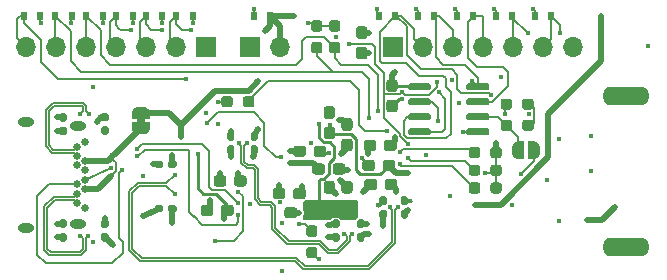
<source format=gbr>
G04 #@! TF.GenerationSoftware,KiCad,Pcbnew,5.1.10-1.fc33*
G04 #@! TF.CreationDate,2021-06-18T23:07:59-04:00*
G04 #@! TF.ProjectId,vl670,766c3637-302e-46b6-9963-61645f706362,rev?*
G04 #@! TF.SameCoordinates,Original*
G04 #@! TF.FileFunction,Copper,L4,Bot*
G04 #@! TF.FilePolarity,Positive*
%FSLAX46Y46*%
G04 Gerber Fmt 4.6, Leading zero omitted, Abs format (unit mm)*
G04 Created by KiCad (PCBNEW 5.1.10-1.fc33) date 2021-06-18 23:07:59*
%MOMM*%
%LPD*%
G01*
G04 APERTURE LIST*
G04 #@! TA.AperFunction,EtchedComponent*
%ADD10C,0.100000*%
G04 #@! TD*
G04 #@! TA.AperFunction,SMDPad,CuDef*
%ADD11R,0.600000X0.700000*%
G04 #@! TD*
G04 #@! TA.AperFunction,ComponentPad*
%ADD12O,4.000000X1.600000*%
G04 #@! TD*
G04 #@! TA.AperFunction,ComponentPad*
%ADD13O,1.700000X1.700000*%
G04 #@! TD*
G04 #@! TA.AperFunction,ComponentPad*
%ADD14R,1.700000X1.700000*%
G04 #@! TD*
G04 #@! TA.AperFunction,SMDPad,CuDef*
%ADD15C,0.100000*%
G04 #@! TD*
G04 #@! TA.AperFunction,ComponentPad*
%ADD16C,0.650000*%
G04 #@! TD*
G04 #@! TA.AperFunction,ComponentPad*
%ADD17O,1.400000X0.800000*%
G04 #@! TD*
G04 #@! TA.AperFunction,ViaPad*
%ADD18C,0.450000*%
G04 #@! TD*
G04 #@! TA.AperFunction,Conductor*
%ADD19C,0.508000*%
G04 #@! TD*
G04 #@! TA.AperFunction,Conductor*
%ADD20C,0.131318*%
G04 #@! TD*
G04 #@! TA.AperFunction,Conductor*
%ADD21C,0.254000*%
G04 #@! TD*
G04 #@! TA.AperFunction,Conductor*
%ADD22C,0.152400*%
G04 #@! TD*
G04 #@! TA.AperFunction,Conductor*
%ADD23C,0.100000*%
G04 #@! TD*
G04 APERTURE END LIST*
D10*
G04 #@! TO.C,JP2*
G36*
X184050000Y-118350000D02*
G01*
X184050000Y-118850000D01*
X183450000Y-118850000D01*
X183450000Y-118350000D01*
X184050000Y-118350000D01*
G37*
G04 #@! TD*
G04 #@! TO.P,R21,2*
G04 #@! TO.N,GND*
G04 #@! TA.AperFunction,SMDPad,CuDef*
G36*
G01*
X198865500Y-111081000D02*
X198390500Y-111081000D01*
G75*
G02*
X198153000Y-110843500I0J237500D01*
G01*
X198153000Y-110343500D01*
G75*
G02*
X198390500Y-110106000I237500J0D01*
G01*
X198865500Y-110106000D01*
G75*
G02*
X199103000Y-110343500I0J-237500D01*
G01*
X199103000Y-110843500D01*
G75*
G02*
X198865500Y-111081000I-237500J0D01*
G01*
G37*
G04 #@! TD.AperFunction*
G04 #@! TO.P,R21,1*
G04 #@! TO.N,Net-(D8-Pad1)*
G04 #@! TA.AperFunction,SMDPad,CuDef*
G36*
G01*
X198865500Y-112906000D02*
X198390500Y-112906000D01*
G75*
G02*
X198153000Y-112668500I0J237500D01*
G01*
X198153000Y-112168500D01*
G75*
G02*
X198390500Y-111931000I237500J0D01*
G01*
X198865500Y-111931000D01*
G75*
G02*
X199103000Y-112168500I0J-237500D01*
G01*
X199103000Y-112668500D01*
G75*
G02*
X198865500Y-112906000I-237500J0D01*
G01*
G37*
G04 #@! TD.AperFunction*
G04 #@! TD*
G04 #@! TO.P,R20,2*
G04 #@! TO.N,GND*
G04 #@! TA.AperFunction,SMDPad,CuDef*
G36*
G01*
X200389500Y-111081000D02*
X199914500Y-111081000D01*
G75*
G02*
X199677000Y-110843500I0J237500D01*
G01*
X199677000Y-110343500D01*
G75*
G02*
X199914500Y-110106000I237500J0D01*
G01*
X200389500Y-110106000D01*
G75*
G02*
X200627000Y-110343500I0J-237500D01*
G01*
X200627000Y-110843500D01*
G75*
G02*
X200389500Y-111081000I-237500J0D01*
G01*
G37*
G04 #@! TD.AperFunction*
G04 #@! TO.P,R20,1*
G04 #@! TO.N,Net-(D9-Pad1)*
G04 #@! TA.AperFunction,SMDPad,CuDef*
G36*
G01*
X200389500Y-112906000D02*
X199914500Y-112906000D01*
G75*
G02*
X199677000Y-112668500I0J237500D01*
G01*
X199677000Y-112168500D01*
G75*
G02*
X199914500Y-111931000I237500J0D01*
G01*
X200389500Y-111931000D01*
G75*
G02*
X200627000Y-112168500I0J-237500D01*
G01*
X200627000Y-112668500D01*
G75*
G02*
X200389500Y-112906000I-237500J0D01*
G01*
G37*
G04 #@! TD.AperFunction*
G04 #@! TD*
D11*
G04 #@! TO.P,D18,1*
G04 #@! TO.N,+5V*
X194700000Y-109728000D03*
G04 #@! TO.P,D18,2*
G04 #@! TO.N,GND*
X193300000Y-109728000D03*
G04 #@! TD*
G04 #@! TO.P,D17,1*
G04 #@! TO.N,~EXT_RESET*
X218505000Y-109764000D03*
G04 #@! TO.P,D17,2*
G04 #@! TO.N,GND*
X217105000Y-109764000D03*
G04 #@! TD*
G04 #@! TO.P,D16,1*
G04 #@! TO.N,/eeprom/ISP_MISO*
X211901000Y-109764000D03*
G04 #@! TO.P,D16,2*
G04 #@! TO.N,GND*
X210501000Y-109764000D03*
G04 #@! TD*
G04 #@! TO.P,D15,1*
G04 #@! TO.N,/eeprom/ISP_MOSI*
X215203000Y-109764000D03*
G04 #@! TO.P,D15,2*
G04 #@! TO.N,GND*
X213803000Y-109764000D03*
G04 #@! TD*
G04 #@! TO.P,D14,1*
G04 #@! TO.N,/eeprom/ISP_SCK*
X205297000Y-109728000D03*
G04 #@! TO.P,D14,2*
G04 #@! TO.N,GND*
X203897000Y-109728000D03*
G04 #@! TD*
G04 #@! TO.P,D13,1*
G04 #@! TO.N,/eeprom/~ISP_CS*
X208599000Y-109764000D03*
G04 #@! TO.P,D13,2*
G04 #@! TO.N,GND*
X207199000Y-109764000D03*
G04 #@! TD*
G04 #@! TO.P,D12,1*
G04 #@! TO.N,Net-(D12-Pad1)*
X186730000Y-109728000D03*
G04 #@! TO.P,D12,2*
G04 #@! TO.N,GND*
X188130000Y-109728000D03*
G04 #@! TD*
G04 #@! TO.P,D11,1*
G04 #@! TO.N,Net-(D11-Pad1)*
X184150000Y-109728000D03*
G04 #@! TO.P,D11,2*
G04 #@! TO.N,GND*
X185550000Y-109728000D03*
G04 #@! TD*
G04 #@! TO.P,D10,1*
G04 #@! TO.N,Net-(D10-Pad1)*
X181640000Y-109728000D03*
G04 #@! TO.P,D10,2*
G04 #@! TO.N,GND*
X183040000Y-109728000D03*
G04 #@! TD*
G04 #@! TO.P,D9,1*
G04 #@! TO.N,Net-(D9-Pad1)*
X179120000Y-109728000D03*
G04 #@! TO.P,D9,2*
G04 #@! TO.N,GND*
X180520000Y-109728000D03*
G04 #@! TD*
G04 #@! TO.P,D8,1*
G04 #@! TO.N,Net-(D8-Pad1)*
X176480000Y-109728000D03*
G04 #@! TO.P,D8,2*
G04 #@! TO.N,GND*
X177880000Y-109728000D03*
G04 #@! TD*
G04 #@! TO.P,D7,1*
G04 #@! TO.N,Net-(D7-Pad1)*
X173840000Y-109728000D03*
G04 #@! TO.P,D7,2*
G04 #@! TO.N,GND*
X175240000Y-109728000D03*
G04 #@! TD*
D12*
G04 #@! TO.P,J4,10*
G04 #@! TO.N,GND*
X224815000Y-129290000D03*
X224815000Y-116490000D03*
G04 #@! TD*
G04 #@! TO.P,R5,1*
G04 #@! TO.N,Net-(R5-Pad1)*
G04 #@! TA.AperFunction,SMDPad,CuDef*
G36*
G01*
X197984300Y-127462500D02*
X198459300Y-127462500D01*
G75*
G02*
X198696800Y-127700000I0J-237500D01*
G01*
X198696800Y-128200000D01*
G75*
G02*
X198459300Y-128437500I-237500J0D01*
G01*
X197984300Y-128437500D01*
G75*
G02*
X197746800Y-128200000I0J237500D01*
G01*
X197746800Y-127700000D01*
G75*
G02*
X197984300Y-127462500I237500J0D01*
G01*
G37*
G04 #@! TD.AperFunction*
G04 #@! TO.P,R5,2*
G04 #@! TO.N,GND*
G04 #@! TA.AperFunction,SMDPad,CuDef*
G36*
G01*
X197984300Y-129287500D02*
X198459300Y-129287500D01*
G75*
G02*
X198696800Y-129525000I0J-237500D01*
G01*
X198696800Y-130025000D01*
G75*
G02*
X198459300Y-130262500I-237500J0D01*
G01*
X197984300Y-130262500D01*
G75*
G02*
X197746800Y-130025000I0J237500D01*
G01*
X197746800Y-129525000D01*
G75*
G02*
X197984300Y-129287500I237500J0D01*
G01*
G37*
G04 #@! TD.AperFunction*
G04 #@! TD*
G04 #@! TO.P,R7,1*
G04 #@! TO.N,Net-(R7-Pad1)*
G04 #@! TA.AperFunction,SMDPad,CuDef*
G36*
G01*
X211500000Y-123037500D02*
X211500000Y-122562500D01*
G75*
G02*
X211737500Y-122325000I237500J0D01*
G01*
X212237500Y-122325000D01*
G75*
G02*
X212475000Y-122562500I0J-237500D01*
G01*
X212475000Y-123037500D01*
G75*
G02*
X212237500Y-123275000I-237500J0D01*
G01*
X211737500Y-123275000D01*
G75*
G02*
X211500000Y-123037500I0J237500D01*
G01*
G37*
G04 #@! TD.AperFunction*
G04 #@! TO.P,R7,2*
G04 #@! TO.N,GND*
G04 #@! TA.AperFunction,SMDPad,CuDef*
G36*
G01*
X213325000Y-123037500D02*
X213325000Y-122562500D01*
G75*
G02*
X213562500Y-122325000I237500J0D01*
G01*
X214062500Y-122325000D01*
G75*
G02*
X214300000Y-122562500I0J-237500D01*
G01*
X214300000Y-123037500D01*
G75*
G02*
X214062500Y-123275000I-237500J0D01*
G01*
X213562500Y-123275000D01*
G75*
G02*
X213325000Y-123037500I0J237500D01*
G01*
G37*
G04 #@! TD.AperFunction*
G04 #@! TD*
G04 #@! TO.P,R10,2*
G04 #@! TO.N,Net-(R10-Pad2)*
G04 #@! TA.AperFunction,SMDPad,CuDef*
G36*
G01*
X215175000Y-116962500D02*
X215175000Y-117437500D01*
G75*
G02*
X214937500Y-117675000I-237500J0D01*
G01*
X214437500Y-117675000D01*
G75*
G02*
X214200000Y-117437500I0J237500D01*
G01*
X214200000Y-116962500D01*
G75*
G02*
X214437500Y-116725000I237500J0D01*
G01*
X214937500Y-116725000D01*
G75*
G02*
X215175000Y-116962500I0J-237500D01*
G01*
G37*
G04 #@! TD.AperFunction*
G04 #@! TO.P,R10,1*
G04 #@! TO.N,+3V3*
G04 #@! TA.AperFunction,SMDPad,CuDef*
G36*
G01*
X217000000Y-116962500D02*
X217000000Y-117437500D01*
G75*
G02*
X216762500Y-117675000I-237500J0D01*
G01*
X216262500Y-117675000D01*
G75*
G02*
X216025000Y-117437500I0J237500D01*
G01*
X216025000Y-116962500D01*
G75*
G02*
X216262500Y-116725000I237500J0D01*
G01*
X216762500Y-116725000D01*
G75*
G02*
X217000000Y-116962500I0J-237500D01*
G01*
G37*
G04 #@! TD.AperFunction*
G04 #@! TD*
D13*
G04 #@! TO.P,J5,2*
G04 #@! TO.N,+5V*
X195540000Y-112400000D03*
D14*
G04 #@! TO.P,J5,1*
G04 #@! TO.N,GND*
X193000000Y-112400000D03*
G04 #@! TD*
D13*
G04 #@! TO.P,J1,7*
G04 #@! TO.N,GND*
X220330000Y-112400000D03*
G04 #@! TO.P,J1,6*
G04 #@! TO.N,~EXT_RESET*
X217790000Y-112400000D03*
G04 #@! TO.P,J1,5*
G04 #@! TO.N,/eeprom/ISP_MOSI*
X215250000Y-112400000D03*
G04 #@! TO.P,J1,4*
G04 #@! TO.N,/eeprom/ISP_MISO*
X212710000Y-112400000D03*
G04 #@! TO.P,J1,3*
G04 #@! TO.N,/eeprom/~ISP_CS*
X210170000Y-112400000D03*
G04 #@! TO.P,J1,2*
G04 #@! TO.N,/eeprom/ISP_SCK*
X207630000Y-112400000D03*
D14*
G04 #@! TO.P,J1,1*
G04 #@! TO.N,GND*
X205090000Y-112400000D03*
G04 #@! TD*
D13*
G04 #@! TO.P,J3,7*
G04 #@! TO.N,Net-(D7-Pad1)*
X174010000Y-112400000D03*
G04 #@! TO.P,J3,6*
G04 #@! TO.N,Net-(D8-Pad1)*
X176550000Y-112400000D03*
G04 #@! TO.P,J3,5*
G04 #@! TO.N,Net-(D9-Pad1)*
X179090000Y-112400000D03*
G04 #@! TO.P,J3,4*
G04 #@! TO.N,Net-(D10-Pad1)*
X181630000Y-112400000D03*
G04 #@! TO.P,J3,3*
G04 #@! TO.N,Net-(D11-Pad1)*
X184170000Y-112400000D03*
G04 #@! TO.P,J3,2*
G04 #@! TO.N,Net-(D12-Pad1)*
X186710000Y-112400000D03*
D14*
G04 #@! TO.P,J3,1*
G04 #@! TO.N,GND*
X189250000Y-112400000D03*
G04 #@! TD*
G04 #@! TO.P,C26,1*
G04 #@! TO.N,+3V3*
G04 #@! TA.AperFunction,SMDPad,CuDef*
G36*
G01*
X204762500Y-115100000D02*
X205237500Y-115100000D01*
G75*
G02*
X205475000Y-115337500I0J-237500D01*
G01*
X205475000Y-115937500D01*
G75*
G02*
X205237500Y-116175000I-237500J0D01*
G01*
X204762500Y-116175000D01*
G75*
G02*
X204525000Y-115937500I0J237500D01*
G01*
X204525000Y-115337500D01*
G75*
G02*
X204762500Y-115100000I237500J0D01*
G01*
G37*
G04 #@! TD.AperFunction*
G04 #@! TO.P,C26,2*
G04 #@! TO.N,GND*
G04 #@! TA.AperFunction,SMDPad,CuDef*
G36*
G01*
X204762500Y-116825000D02*
X205237500Y-116825000D01*
G75*
G02*
X205475000Y-117062500I0J-237500D01*
G01*
X205475000Y-117662500D01*
G75*
G02*
X205237500Y-117900000I-237500J0D01*
G01*
X204762500Y-117900000D01*
G75*
G02*
X204525000Y-117662500I0J237500D01*
G01*
X204525000Y-117062500D01*
G75*
G02*
X204762500Y-116825000I237500J0D01*
G01*
G37*
G04 #@! TD.AperFunction*
G04 #@! TD*
G04 #@! TO.P,C25,1*
G04 #@! TO.N,+3V3*
G04 #@! TA.AperFunction,SMDPad,CuDef*
G36*
G01*
X192700000Y-123462500D02*
X192700000Y-123937500D01*
G75*
G02*
X192462500Y-124175000I-237500J0D01*
G01*
X191862500Y-124175000D01*
G75*
G02*
X191625000Y-123937500I0J237500D01*
G01*
X191625000Y-123462500D01*
G75*
G02*
X191862500Y-123225000I237500J0D01*
G01*
X192462500Y-123225000D01*
G75*
G02*
X192700000Y-123462500I0J-237500D01*
G01*
G37*
G04 #@! TD.AperFunction*
G04 #@! TO.P,C25,2*
G04 #@! TO.N,GND*
G04 #@! TA.AperFunction,SMDPad,CuDef*
G36*
G01*
X190975000Y-123462500D02*
X190975000Y-123937500D01*
G75*
G02*
X190737500Y-124175000I-237500J0D01*
G01*
X190137500Y-124175000D01*
G75*
G02*
X189900000Y-123937500I0J237500D01*
G01*
X189900000Y-123462500D01*
G75*
G02*
X190137500Y-123225000I237500J0D01*
G01*
X190737500Y-123225000D01*
G75*
G02*
X190975000Y-123462500I0J-237500D01*
G01*
G37*
G04 #@! TD.AperFunction*
G04 #@! TD*
G04 #@! TO.P,C32,2*
G04 #@! TO.N,GND*
G04 #@! TA.AperFunction,SMDPad,CuDef*
G36*
G01*
X203737500Y-123762500D02*
X203737500Y-124237500D01*
G75*
G02*
X203500000Y-124475000I-237500J0D01*
G01*
X202900000Y-124475000D01*
G75*
G02*
X202662500Y-124237500I0J237500D01*
G01*
X202662500Y-123762500D01*
G75*
G02*
X202900000Y-123525000I237500J0D01*
G01*
X203500000Y-123525000D01*
G75*
G02*
X203737500Y-123762500I0J-237500D01*
G01*
G37*
G04 #@! TD.AperFunction*
G04 #@! TO.P,C32,1*
G04 #@! TO.N,+3V3*
G04 #@! TA.AperFunction,SMDPad,CuDef*
G36*
G01*
X205462500Y-123762500D02*
X205462500Y-124237500D01*
G75*
G02*
X205225000Y-124475000I-237500J0D01*
G01*
X204625000Y-124475000D01*
G75*
G02*
X204387500Y-124237500I0J237500D01*
G01*
X204387500Y-123762500D01*
G75*
G02*
X204625000Y-123525000I237500J0D01*
G01*
X205225000Y-123525000D01*
G75*
G02*
X205462500Y-123762500I0J-237500D01*
G01*
G37*
G04 #@! TD.AperFunction*
G04 #@! TD*
G04 #@! TO.P,C33,1*
G04 #@! TO.N,+3V3*
G04 #@! TA.AperFunction,SMDPad,CuDef*
G36*
G01*
X205400000Y-120462500D02*
X205400000Y-120937500D01*
G75*
G02*
X205162500Y-121175000I-237500J0D01*
G01*
X204562500Y-121175000D01*
G75*
G02*
X204325000Y-120937500I0J237500D01*
G01*
X204325000Y-120462500D01*
G75*
G02*
X204562500Y-120225000I237500J0D01*
G01*
X205162500Y-120225000D01*
G75*
G02*
X205400000Y-120462500I0J-237500D01*
G01*
G37*
G04 #@! TD.AperFunction*
G04 #@! TO.P,C33,2*
G04 #@! TO.N,GND*
G04 #@! TA.AperFunction,SMDPad,CuDef*
G36*
G01*
X203675000Y-120462500D02*
X203675000Y-120937500D01*
G75*
G02*
X203437500Y-121175000I-237500J0D01*
G01*
X202837500Y-121175000D01*
G75*
G02*
X202600000Y-120937500I0J237500D01*
G01*
X202600000Y-120462500D01*
G75*
G02*
X202837500Y-120225000I237500J0D01*
G01*
X203437500Y-120225000D01*
G75*
G02*
X203675000Y-120462500I0J-237500D01*
G01*
G37*
G04 #@! TD.AperFunction*
G04 #@! TD*
G04 #@! TO.P,C34,2*
G04 #@! TO.N,GND*
G04 #@! TA.AperFunction,SMDPad,CuDef*
G36*
G01*
X200962500Y-120112500D02*
X201437500Y-120112500D01*
G75*
G02*
X201675000Y-120350000I0J-237500D01*
G01*
X201675000Y-120950000D01*
G75*
G02*
X201437500Y-121187500I-237500J0D01*
G01*
X200962500Y-121187500D01*
G75*
G02*
X200725000Y-120950000I0J237500D01*
G01*
X200725000Y-120350000D01*
G75*
G02*
X200962500Y-120112500I237500J0D01*
G01*
G37*
G04 #@! TD.AperFunction*
G04 #@! TO.P,C34,1*
G04 #@! TO.N,+3V3*
G04 #@! TA.AperFunction,SMDPad,CuDef*
G36*
G01*
X200962500Y-118387500D02*
X201437500Y-118387500D01*
G75*
G02*
X201675000Y-118625000I0J-237500D01*
G01*
X201675000Y-119225000D01*
G75*
G02*
X201437500Y-119462500I-237500J0D01*
G01*
X200962500Y-119462500D01*
G75*
G02*
X200725000Y-119225000I0J237500D01*
G01*
X200725000Y-118625000D01*
G75*
G02*
X200962500Y-118387500I237500J0D01*
G01*
G37*
G04 #@! TD.AperFunction*
G04 #@! TD*
G04 #@! TO.P,C35,1*
G04 #@! TO.N,+3V3*
G04 #@! TA.AperFunction,SMDPad,CuDef*
G36*
G01*
X197700000Y-124540000D02*
X197700000Y-125015000D01*
G75*
G02*
X197462500Y-125252500I-237500J0D01*
G01*
X196862500Y-125252500D01*
G75*
G02*
X196625000Y-125015000I0J237500D01*
G01*
X196625000Y-124540000D01*
G75*
G02*
X196862500Y-124302500I237500J0D01*
G01*
X197462500Y-124302500D01*
G75*
G02*
X197700000Y-124540000I0J-237500D01*
G01*
G37*
G04 #@! TD.AperFunction*
G04 #@! TO.P,C35,2*
G04 #@! TO.N,GND*
G04 #@! TA.AperFunction,SMDPad,CuDef*
G36*
G01*
X195975000Y-124540000D02*
X195975000Y-125015000D01*
G75*
G02*
X195737500Y-125252500I-237500J0D01*
G01*
X195137500Y-125252500D01*
G75*
G02*
X194900000Y-125015000I0J237500D01*
G01*
X194900000Y-124540000D01*
G75*
G02*
X195137500Y-124302500I237500J0D01*
G01*
X195737500Y-124302500D01*
G75*
G02*
X195975000Y-124540000I0J-237500D01*
G01*
G37*
G04 #@! TD.AperFunction*
G04 #@! TD*
G04 #@! TO.P,C41,1*
G04 #@! TO.N,+1V5*
G04 #@! TA.AperFunction,SMDPad,CuDef*
G36*
G01*
X201437500Y-126500000D02*
X200962500Y-126500000D01*
G75*
G02*
X200725000Y-126262500I0J237500D01*
G01*
X200725000Y-125662500D01*
G75*
G02*
X200962500Y-125425000I237500J0D01*
G01*
X201437500Y-125425000D01*
G75*
G02*
X201675000Y-125662500I0J-237500D01*
G01*
X201675000Y-126262500D01*
G75*
G02*
X201437500Y-126500000I-237500J0D01*
G01*
G37*
G04 #@! TD.AperFunction*
G04 #@! TO.P,C41,2*
G04 #@! TO.N,GND*
G04 #@! TA.AperFunction,SMDPad,CuDef*
G36*
G01*
X201437500Y-124775000D02*
X200962500Y-124775000D01*
G75*
G02*
X200725000Y-124537500I0J237500D01*
G01*
X200725000Y-123937500D01*
G75*
G02*
X200962500Y-123700000I237500J0D01*
G01*
X201437500Y-123700000D01*
G75*
G02*
X201675000Y-123937500I0J-237500D01*
G01*
X201675000Y-124537500D01*
G75*
G02*
X201437500Y-124775000I-237500J0D01*
G01*
G37*
G04 #@! TD.AperFunction*
G04 #@! TD*
G04 #@! TO.P,C42,1*
G04 #@! TO.N,+1V5*
G04 #@! TA.AperFunction,SMDPad,CuDef*
G36*
G01*
X198700000Y-126162500D02*
X198700000Y-126637500D01*
G75*
G02*
X198462500Y-126875000I-237500J0D01*
G01*
X197862500Y-126875000D01*
G75*
G02*
X197625000Y-126637500I0J237500D01*
G01*
X197625000Y-126162500D01*
G75*
G02*
X197862500Y-125925000I237500J0D01*
G01*
X198462500Y-125925000D01*
G75*
G02*
X198700000Y-126162500I0J-237500D01*
G01*
G37*
G04 #@! TD.AperFunction*
G04 #@! TO.P,C42,2*
G04 #@! TO.N,GND*
G04 #@! TA.AperFunction,SMDPad,CuDef*
G36*
G01*
X196975000Y-126162500D02*
X196975000Y-126637500D01*
G75*
G02*
X196737500Y-126875000I-237500J0D01*
G01*
X196137500Y-126875000D01*
G75*
G02*
X195900000Y-126637500I0J237500D01*
G01*
X195900000Y-126162500D01*
G75*
G02*
X196137500Y-125925000I237500J0D01*
G01*
X196737500Y-125925000D01*
G75*
G02*
X196975000Y-126162500I0J-237500D01*
G01*
G37*
G04 #@! TD.AperFunction*
G04 #@! TD*
G04 #@! TO.P,C43,2*
G04 #@! TO.N,GND*
G04 #@! TA.AperFunction,SMDPad,CuDef*
G36*
G01*
X199937500Y-124775000D02*
X199462500Y-124775000D01*
G75*
G02*
X199225000Y-124537500I0J237500D01*
G01*
X199225000Y-123937500D01*
G75*
G02*
X199462500Y-123700000I237500J0D01*
G01*
X199937500Y-123700000D01*
G75*
G02*
X200175000Y-123937500I0J-237500D01*
G01*
X200175000Y-124537500D01*
G75*
G02*
X199937500Y-124775000I-237500J0D01*
G01*
G37*
G04 #@! TD.AperFunction*
G04 #@! TO.P,C43,1*
G04 #@! TO.N,+1V5*
G04 #@! TA.AperFunction,SMDPad,CuDef*
G36*
G01*
X199937500Y-126500000D02*
X199462500Y-126500000D01*
G75*
G02*
X199225000Y-126262500I0J237500D01*
G01*
X199225000Y-125662500D01*
G75*
G02*
X199462500Y-125425000I237500J0D01*
G01*
X199937500Y-125425000D01*
G75*
G02*
X200175000Y-125662500I0J-237500D01*
G01*
X200175000Y-126262500D01*
G75*
G02*
X199937500Y-126500000I-237500J0D01*
G01*
G37*
G04 #@! TD.AperFunction*
G04 #@! TD*
G04 #@! TO.P,C12,2*
G04 #@! TO.N,GND*
G04 #@! TA.AperFunction,SMDPad,CuDef*
G36*
G01*
X189875000Y-125962500D02*
X189875000Y-126437500D01*
G75*
G02*
X189637500Y-126675000I-237500J0D01*
G01*
X189037500Y-126675000D01*
G75*
G02*
X188800000Y-126437500I0J237500D01*
G01*
X188800000Y-125962500D01*
G75*
G02*
X189037500Y-125725000I237500J0D01*
G01*
X189637500Y-125725000D01*
G75*
G02*
X189875000Y-125962500I0J-237500D01*
G01*
G37*
G04 #@! TD.AperFunction*
G04 #@! TO.P,C12,1*
G04 #@! TO.N,+5V*
G04 #@! TA.AperFunction,SMDPad,CuDef*
G36*
G01*
X191600000Y-125962500D02*
X191600000Y-126437500D01*
G75*
G02*
X191362500Y-126675000I-237500J0D01*
G01*
X190762500Y-126675000D01*
G75*
G02*
X190525000Y-126437500I0J237500D01*
G01*
X190525000Y-125962500D01*
G75*
G02*
X190762500Y-125725000I237500J0D01*
G01*
X191362500Y-125725000D01*
G75*
G02*
X191600000Y-125962500I0J-237500D01*
G01*
G37*
G04 #@! TD.AperFunction*
G04 #@! TD*
G04 #@! TO.P,C61,2*
G04 #@! TO.N,GND*
G04 #@! TA.AperFunction,SMDPad,CuDef*
G36*
G01*
X203562500Y-122162500D02*
X203562500Y-122637500D01*
G75*
G02*
X203325000Y-122875000I-237500J0D01*
G01*
X202725000Y-122875000D01*
G75*
G02*
X202487500Y-122637500I0J237500D01*
G01*
X202487500Y-122162500D01*
G75*
G02*
X202725000Y-121925000I237500J0D01*
G01*
X203325000Y-121925000D01*
G75*
G02*
X203562500Y-122162500I0J-237500D01*
G01*
G37*
G04 #@! TD.AperFunction*
G04 #@! TO.P,C61,1*
G04 #@! TO.N,+1V2*
G04 #@! TA.AperFunction,SMDPad,CuDef*
G36*
G01*
X205287500Y-122162500D02*
X205287500Y-122637500D01*
G75*
G02*
X205050000Y-122875000I-237500J0D01*
G01*
X204450000Y-122875000D01*
G75*
G02*
X204212500Y-122637500I0J237500D01*
G01*
X204212500Y-122162500D01*
G75*
G02*
X204450000Y-121925000I237500J0D01*
G01*
X205050000Y-121925000D01*
G75*
G02*
X205287500Y-122162500I0J-237500D01*
G01*
G37*
G04 #@! TD.AperFunction*
G04 #@! TD*
G04 #@! TO.P,C62,1*
G04 #@! TO.N,+1V2*
G04 #@! TA.AperFunction,SMDPad,CuDef*
G36*
G01*
X199937500Y-120187500D02*
X199462500Y-120187500D01*
G75*
G02*
X199225000Y-119950000I0J237500D01*
G01*
X199225000Y-119350000D01*
G75*
G02*
X199462500Y-119112500I237500J0D01*
G01*
X199937500Y-119112500D01*
G75*
G02*
X200175000Y-119350000I0J-237500D01*
G01*
X200175000Y-119950000D01*
G75*
G02*
X199937500Y-120187500I-237500J0D01*
G01*
G37*
G04 #@! TD.AperFunction*
G04 #@! TO.P,C62,2*
G04 #@! TO.N,GND*
G04 #@! TA.AperFunction,SMDPad,CuDef*
G36*
G01*
X199937500Y-118462500D02*
X199462500Y-118462500D01*
G75*
G02*
X199225000Y-118225000I0J237500D01*
G01*
X199225000Y-117625000D01*
G75*
G02*
X199462500Y-117387500I237500J0D01*
G01*
X199937500Y-117387500D01*
G75*
G02*
X200175000Y-117625000I0J-237500D01*
G01*
X200175000Y-118225000D01*
G75*
G02*
X199937500Y-118462500I-237500J0D01*
G01*
G37*
G04 #@! TD.AperFunction*
G04 #@! TD*
G04 #@! TA.AperFunction,SMDPad,CuDef*
D15*
G04 #@! TO.P,JP1,1*
G04 #@! TO.N,Net-(JP1-Pad1)*
G36*
X216200000Y-121850000D02*
G01*
X215700000Y-121850000D01*
X215700000Y-121849398D01*
X215675466Y-121849398D01*
X215626635Y-121844588D01*
X215578510Y-121835016D01*
X215531555Y-121820772D01*
X215486222Y-121801995D01*
X215442949Y-121778864D01*
X215402150Y-121751604D01*
X215364221Y-121720476D01*
X215329524Y-121685779D01*
X215298396Y-121647850D01*
X215271136Y-121607051D01*
X215248005Y-121563778D01*
X215229228Y-121518445D01*
X215214984Y-121471490D01*
X215205412Y-121423365D01*
X215200602Y-121374534D01*
X215200602Y-121350000D01*
X215200000Y-121350000D01*
X215200000Y-120850000D01*
X215200602Y-120850000D01*
X215200602Y-120825466D01*
X215205412Y-120776635D01*
X215214984Y-120728510D01*
X215229228Y-120681555D01*
X215248005Y-120636222D01*
X215271136Y-120592949D01*
X215298396Y-120552150D01*
X215329524Y-120514221D01*
X215364221Y-120479524D01*
X215402150Y-120448396D01*
X215442949Y-120421136D01*
X215486222Y-120398005D01*
X215531555Y-120379228D01*
X215578510Y-120364984D01*
X215626635Y-120355412D01*
X215675466Y-120350602D01*
X215700000Y-120350602D01*
X215700000Y-120350000D01*
X216200000Y-120350000D01*
X216200000Y-121850000D01*
G37*
G04 #@! TD.AperFunction*
G04 #@! TA.AperFunction,SMDPad,CuDef*
G04 #@! TO.P,JP1,2*
G04 #@! TO.N,GND*
G36*
X217000000Y-120350602D02*
G01*
X217024534Y-120350602D01*
X217073365Y-120355412D01*
X217121490Y-120364984D01*
X217168445Y-120379228D01*
X217213778Y-120398005D01*
X217257051Y-120421136D01*
X217297850Y-120448396D01*
X217335779Y-120479524D01*
X217370476Y-120514221D01*
X217401604Y-120552150D01*
X217428864Y-120592949D01*
X217451995Y-120636222D01*
X217470772Y-120681555D01*
X217485016Y-120728510D01*
X217494588Y-120776635D01*
X217499398Y-120825466D01*
X217499398Y-120850000D01*
X217500000Y-120850000D01*
X217500000Y-121350000D01*
X217499398Y-121350000D01*
X217499398Y-121374534D01*
X217494588Y-121423365D01*
X217485016Y-121471490D01*
X217470772Y-121518445D01*
X217451995Y-121563778D01*
X217428864Y-121607051D01*
X217401604Y-121647850D01*
X217370476Y-121685779D01*
X217335779Y-121720476D01*
X217297850Y-121751604D01*
X217257051Y-121778864D01*
X217213778Y-121801995D01*
X217168445Y-121820772D01*
X217121490Y-121835016D01*
X217073365Y-121844588D01*
X217024534Y-121849398D01*
X217000000Y-121849398D01*
X217000000Y-121850000D01*
X216500000Y-121850000D01*
X216500000Y-120350000D01*
X217000000Y-120350000D01*
X217000000Y-120350602D01*
G37*
G04 #@! TD.AperFunction*
G04 #@! TD*
G04 #@! TA.AperFunction,SMDPad,CuDef*
G04 #@! TO.P,JP2,1*
G04 #@! TO.N,+5VP*
G36*
X184500000Y-118750000D02*
G01*
X184500000Y-119250000D01*
X184499398Y-119250000D01*
X184499398Y-119274534D01*
X184494588Y-119323365D01*
X184485016Y-119371490D01*
X184470772Y-119418445D01*
X184451995Y-119463778D01*
X184428864Y-119507051D01*
X184401604Y-119547850D01*
X184370476Y-119585779D01*
X184335779Y-119620476D01*
X184297850Y-119651604D01*
X184257051Y-119678864D01*
X184213778Y-119701995D01*
X184168445Y-119720772D01*
X184121490Y-119735016D01*
X184073365Y-119744588D01*
X184024534Y-119749398D01*
X184000000Y-119749398D01*
X184000000Y-119750000D01*
X183500000Y-119750000D01*
X183500000Y-119749398D01*
X183475466Y-119749398D01*
X183426635Y-119744588D01*
X183378510Y-119735016D01*
X183331555Y-119720772D01*
X183286222Y-119701995D01*
X183242949Y-119678864D01*
X183202150Y-119651604D01*
X183164221Y-119620476D01*
X183129524Y-119585779D01*
X183098396Y-119547850D01*
X183071136Y-119507051D01*
X183048005Y-119463778D01*
X183029228Y-119418445D01*
X183014984Y-119371490D01*
X183005412Y-119323365D01*
X183000602Y-119274534D01*
X183000602Y-119250000D01*
X183000000Y-119250000D01*
X183000000Y-118750000D01*
X184500000Y-118750000D01*
G37*
G04 #@! TD.AperFunction*
G04 #@! TA.AperFunction,SMDPad,CuDef*
G04 #@! TO.P,JP2,2*
G04 #@! TO.N,+5V*
G36*
X183000602Y-117950000D02*
G01*
X183000602Y-117925466D01*
X183005412Y-117876635D01*
X183014984Y-117828510D01*
X183029228Y-117781555D01*
X183048005Y-117736222D01*
X183071136Y-117692949D01*
X183098396Y-117652150D01*
X183129524Y-117614221D01*
X183164221Y-117579524D01*
X183202150Y-117548396D01*
X183242949Y-117521136D01*
X183286222Y-117498005D01*
X183331555Y-117479228D01*
X183378510Y-117464984D01*
X183426635Y-117455412D01*
X183475466Y-117450602D01*
X183500000Y-117450602D01*
X183500000Y-117450000D01*
X184000000Y-117450000D01*
X184000000Y-117450602D01*
X184024534Y-117450602D01*
X184073365Y-117455412D01*
X184121490Y-117464984D01*
X184168445Y-117479228D01*
X184213778Y-117498005D01*
X184257051Y-117521136D01*
X184297850Y-117548396D01*
X184335779Y-117579524D01*
X184370476Y-117614221D01*
X184401604Y-117652150D01*
X184428864Y-117692949D01*
X184451995Y-117736222D01*
X184470772Y-117781555D01*
X184485016Y-117828510D01*
X184494588Y-117876635D01*
X184499398Y-117925466D01*
X184499398Y-117950000D01*
X184500000Y-117950000D01*
X184500000Y-118450000D01*
X183000000Y-118450000D01*
X183000000Y-117950000D01*
X183000602Y-117950000D01*
G37*
G04 #@! TD.AperFunction*
G04 #@! TD*
G04 #@! TO.P,R6,1*
G04 #@! TO.N,Net-(R6-Pad1)*
G04 #@! TA.AperFunction,SMDPad,CuDef*
G36*
G01*
X211500000Y-121537500D02*
X211500000Y-121062500D01*
G75*
G02*
X211737500Y-120825000I237500J0D01*
G01*
X212237500Y-120825000D01*
G75*
G02*
X212475000Y-121062500I0J-237500D01*
G01*
X212475000Y-121537500D01*
G75*
G02*
X212237500Y-121775000I-237500J0D01*
G01*
X211737500Y-121775000D01*
G75*
G02*
X211500000Y-121537500I0J237500D01*
G01*
G37*
G04 #@! TD.AperFunction*
G04 #@! TO.P,R6,2*
G04 #@! TO.N,GND*
G04 #@! TA.AperFunction,SMDPad,CuDef*
G36*
G01*
X213325000Y-121537500D02*
X213325000Y-121062500D01*
G75*
G02*
X213562500Y-120825000I237500J0D01*
G01*
X214062500Y-120825000D01*
G75*
G02*
X214300000Y-121062500I0J-237500D01*
G01*
X214300000Y-121537500D01*
G75*
G02*
X214062500Y-121775000I-237500J0D01*
G01*
X213562500Y-121775000D01*
G75*
G02*
X213325000Y-121537500I0J237500D01*
G01*
G37*
G04 #@! TD.AperFunction*
G04 #@! TD*
G04 #@! TO.P,R8,2*
G04 #@! TO.N,GND*
G04 #@! TA.AperFunction,SMDPad,CuDef*
G36*
G01*
X213325000Y-124537500D02*
X213325000Y-124062500D01*
G75*
G02*
X213562500Y-123825000I237500J0D01*
G01*
X214062500Y-123825000D01*
G75*
G02*
X214300000Y-124062500I0J-237500D01*
G01*
X214300000Y-124537500D01*
G75*
G02*
X214062500Y-124775000I-237500J0D01*
G01*
X213562500Y-124775000D01*
G75*
G02*
X213325000Y-124537500I0J237500D01*
G01*
G37*
G04 #@! TD.AperFunction*
G04 #@! TO.P,R8,1*
G04 #@! TO.N,Net-(R8-Pad1)*
G04 #@! TA.AperFunction,SMDPad,CuDef*
G36*
G01*
X211500000Y-124537500D02*
X211500000Y-124062500D01*
G75*
G02*
X211737500Y-123825000I237500J0D01*
G01*
X212237500Y-123825000D01*
G75*
G02*
X212475000Y-124062500I0J-237500D01*
G01*
X212475000Y-124537500D01*
G75*
G02*
X212237500Y-124775000I-237500J0D01*
G01*
X211737500Y-124775000D01*
G75*
G02*
X211500000Y-124537500I0J237500D01*
G01*
G37*
G04 #@! TD.AperFunction*
G04 #@! TD*
G04 #@! TO.P,R9,2*
G04 #@! TO.N,Net-(R9-Pad2)*
G04 #@! TA.AperFunction,SMDPad,CuDef*
G36*
G01*
X192375000Y-117237500D02*
X192375000Y-116762500D01*
G75*
G02*
X192612500Y-116525000I237500J0D01*
G01*
X193112500Y-116525000D01*
G75*
G02*
X193350000Y-116762500I0J-237500D01*
G01*
X193350000Y-117237500D01*
G75*
G02*
X193112500Y-117475000I-237500J0D01*
G01*
X192612500Y-117475000D01*
G75*
G02*
X192375000Y-117237500I0J237500D01*
G01*
G37*
G04 #@! TD.AperFunction*
G04 #@! TO.P,R9,1*
G04 #@! TO.N,Net-(D2-Pad2)*
G04 #@! TA.AperFunction,SMDPad,CuDef*
G36*
G01*
X190550000Y-117237500D02*
X190550000Y-116762500D01*
G75*
G02*
X190787500Y-116525000I237500J0D01*
G01*
X191287500Y-116525000D01*
G75*
G02*
X191525000Y-116762500I0J-237500D01*
G01*
X191525000Y-117237500D01*
G75*
G02*
X191287500Y-117475000I-237500J0D01*
G01*
X190787500Y-117475000D01*
G75*
G02*
X190550000Y-117237500I0J237500D01*
G01*
G37*
G04 #@! TD.AperFunction*
G04 #@! TD*
G04 #@! TO.P,R11,2*
G04 #@! TO.N,Net-(JP1-Pad1)*
G04 #@! TA.AperFunction,SMDPad,CuDef*
G36*
G01*
X215175000Y-118762500D02*
X215175000Y-119237500D01*
G75*
G02*
X214937500Y-119475000I-237500J0D01*
G01*
X214437500Y-119475000D01*
G75*
G02*
X214200000Y-119237500I0J237500D01*
G01*
X214200000Y-118762500D01*
G75*
G02*
X214437500Y-118525000I237500J0D01*
G01*
X214937500Y-118525000D01*
G75*
G02*
X215175000Y-118762500I0J-237500D01*
G01*
G37*
G04 #@! TD.AperFunction*
G04 #@! TO.P,R11,1*
G04 #@! TO.N,+3V3*
G04 #@! TA.AperFunction,SMDPad,CuDef*
G36*
G01*
X217000000Y-118762500D02*
X217000000Y-119237500D01*
G75*
G02*
X216762500Y-119475000I-237500J0D01*
G01*
X216262500Y-119475000D01*
G75*
G02*
X216025000Y-119237500I0J237500D01*
G01*
X216025000Y-118762500D01*
G75*
G02*
X216262500Y-118525000I237500J0D01*
G01*
X216762500Y-118525000D01*
G75*
G02*
X217000000Y-118762500I0J-237500D01*
G01*
G37*
G04 #@! TD.AperFunction*
G04 #@! TD*
G04 #@! TO.P,U6,1*
G04 #@! TO.N,/eeprom/~ISP_CS*
G04 #@! TA.AperFunction,SMDPad,CuDef*
G36*
G01*
X213250000Y-115595000D02*
X213250000Y-115895000D01*
G75*
G02*
X213100000Y-116045000I-150000J0D01*
G01*
X211450000Y-116045000D01*
G75*
G02*
X211300000Y-115895000I0J150000D01*
G01*
X211300000Y-115595000D01*
G75*
G02*
X211450000Y-115445000I150000J0D01*
G01*
X213100000Y-115445000D01*
G75*
G02*
X213250000Y-115595000I0J-150000D01*
G01*
G37*
G04 #@! TD.AperFunction*
G04 #@! TO.P,U6,2*
G04 #@! TO.N,/eeprom/ISP_MISO*
G04 #@! TA.AperFunction,SMDPad,CuDef*
G36*
G01*
X213250000Y-116865000D02*
X213250000Y-117165000D01*
G75*
G02*
X213100000Y-117315000I-150000J0D01*
G01*
X211450000Y-117315000D01*
G75*
G02*
X211300000Y-117165000I0J150000D01*
G01*
X211300000Y-116865000D01*
G75*
G02*
X211450000Y-116715000I150000J0D01*
G01*
X213100000Y-116715000D01*
G75*
G02*
X213250000Y-116865000I0J-150000D01*
G01*
G37*
G04 #@! TD.AperFunction*
G04 #@! TO.P,U6,3*
G04 #@! TO.N,Net-(JP1-Pad1)*
G04 #@! TA.AperFunction,SMDPad,CuDef*
G36*
G01*
X213250000Y-118135000D02*
X213250000Y-118435000D01*
G75*
G02*
X213100000Y-118585000I-150000J0D01*
G01*
X211450000Y-118585000D01*
G75*
G02*
X211300000Y-118435000I0J150000D01*
G01*
X211300000Y-118135000D01*
G75*
G02*
X211450000Y-117985000I150000J0D01*
G01*
X213100000Y-117985000D01*
G75*
G02*
X213250000Y-118135000I0J-150000D01*
G01*
G37*
G04 #@! TD.AperFunction*
G04 #@! TO.P,U6,4*
G04 #@! TO.N,GND*
G04 #@! TA.AperFunction,SMDPad,CuDef*
G36*
G01*
X213250000Y-119405000D02*
X213250000Y-119705000D01*
G75*
G02*
X213100000Y-119855000I-150000J0D01*
G01*
X211450000Y-119855000D01*
G75*
G02*
X211300000Y-119705000I0J150000D01*
G01*
X211300000Y-119405000D01*
G75*
G02*
X211450000Y-119255000I150000J0D01*
G01*
X213100000Y-119255000D01*
G75*
G02*
X213250000Y-119405000I0J-150000D01*
G01*
G37*
G04 #@! TD.AperFunction*
G04 #@! TO.P,U6,5*
G04 #@! TO.N,/eeprom/ISP_MOSI*
G04 #@! TA.AperFunction,SMDPad,CuDef*
G36*
G01*
X208300000Y-119405000D02*
X208300000Y-119705000D01*
G75*
G02*
X208150000Y-119855000I-150000J0D01*
G01*
X206500000Y-119855000D01*
G75*
G02*
X206350000Y-119705000I0J150000D01*
G01*
X206350000Y-119405000D01*
G75*
G02*
X206500000Y-119255000I150000J0D01*
G01*
X208150000Y-119255000D01*
G75*
G02*
X208300000Y-119405000I0J-150000D01*
G01*
G37*
G04 #@! TD.AperFunction*
G04 #@! TO.P,U6,6*
G04 #@! TO.N,/eeprom/ISP_SCK*
G04 #@! TA.AperFunction,SMDPad,CuDef*
G36*
G01*
X208300000Y-118135000D02*
X208300000Y-118435000D01*
G75*
G02*
X208150000Y-118585000I-150000J0D01*
G01*
X206500000Y-118585000D01*
G75*
G02*
X206350000Y-118435000I0J150000D01*
G01*
X206350000Y-118135000D01*
G75*
G02*
X206500000Y-117985000I150000J0D01*
G01*
X208150000Y-117985000D01*
G75*
G02*
X208300000Y-118135000I0J-150000D01*
G01*
G37*
G04 #@! TD.AperFunction*
G04 #@! TO.P,U6,7*
G04 #@! TO.N,Net-(R10-Pad2)*
G04 #@! TA.AperFunction,SMDPad,CuDef*
G36*
G01*
X208300000Y-116865000D02*
X208300000Y-117165000D01*
G75*
G02*
X208150000Y-117315000I-150000J0D01*
G01*
X206500000Y-117315000D01*
G75*
G02*
X206350000Y-117165000I0J150000D01*
G01*
X206350000Y-116865000D01*
G75*
G02*
X206500000Y-116715000I150000J0D01*
G01*
X208150000Y-116715000D01*
G75*
G02*
X208300000Y-116865000I0J-150000D01*
G01*
G37*
G04 #@! TD.AperFunction*
G04 #@! TO.P,U6,8*
G04 #@! TO.N,+3V3*
G04 #@! TA.AperFunction,SMDPad,CuDef*
G36*
G01*
X208300000Y-115595000D02*
X208300000Y-115895000D01*
G75*
G02*
X208150000Y-116045000I-150000J0D01*
G01*
X206500000Y-116045000D01*
G75*
G02*
X206350000Y-115895000I0J150000D01*
G01*
X206350000Y-115595000D01*
G75*
G02*
X206500000Y-115445000I150000J0D01*
G01*
X208150000Y-115445000D01*
G75*
G02*
X208300000Y-115595000I0J-150000D01*
G01*
G37*
G04 #@! TD.AperFunction*
G04 #@! TD*
D16*
G04 #@! TO.P,J2,B11*
G04 #@! TO.N,/USB AC CAP/ESD/MUX/RX1+*
X178310000Y-120790000D03*
G04 #@! TO.P,J2,B10*
G04 #@! TO.N,/USB AC CAP/ESD/MUX/RX1-*
X178310000Y-121590000D03*
G04 #@! TO.P,J2,B8*
G04 #@! TO.N,Net-(J2-PadB8)*
X178310000Y-122390000D03*
G04 #@! TO.P,J2,B5*
G04 #@! TO.N,/USB AC CAP/ESD/MUX/CC2*
X178310000Y-123990000D03*
G04 #@! TO.P,J2,B3*
G04 #@! TO.N,/USB AC CAP/ESD/MUX/TX2-*
X178310000Y-124790000D03*
G04 #@! TO.P,J2,B2*
G04 #@! TO.N,/USB AC CAP/ESD/MUX/TX2+*
X178310000Y-125590000D03*
G04 #@! TO.P,J2,B12*
G04 #@! TO.N,GND*
X179010000Y-120390000D03*
G04 #@! TO.P,J2,B9*
G04 #@! TO.N,+5VP*
X179010000Y-121990000D03*
G04 #@! TO.P,J2,B7*
G04 #@! TO.N,/USB AC CAP/ESD/MUX/D-*
X179010000Y-122790000D03*
G04 #@! TO.P,J2,B6*
G04 #@! TO.N,/USB AC CAP/ESD/MUX/D+*
X179010000Y-123590000D03*
G04 #@! TO.P,J2,B4*
G04 #@! TO.N,+5VP*
X179010000Y-124390000D03*
G04 #@! TO.P,J2,B1*
G04 #@! TO.N,GND*
X179010000Y-125990000D03*
D17*
G04 #@! TO.P,J2,S1*
X174020000Y-118700000D03*
X174020000Y-127680000D03*
X178410000Y-127320000D03*
X178410000Y-119060000D03*
G04 #@! TD*
G04 #@! TO.P,C52,1*
G04 #@! TO.N,+5V*
G04 #@! TA.AperFunction,SMDPad,CuDef*
G36*
G01*
X196650000Y-121437500D02*
X196650000Y-120962500D01*
G75*
G02*
X196887500Y-120725000I237500J0D01*
G01*
X197487500Y-120725000D01*
G75*
G02*
X197725000Y-120962500I0J-237500D01*
G01*
X197725000Y-121437500D01*
G75*
G02*
X197487500Y-121675000I-237500J0D01*
G01*
X196887500Y-121675000D01*
G75*
G02*
X196650000Y-121437500I0J237500D01*
G01*
G37*
G04 #@! TD.AperFunction*
G04 #@! TO.P,C52,2*
G04 #@! TO.N,GND*
G04 #@! TA.AperFunction,SMDPad,CuDef*
G36*
G01*
X198375000Y-121437500D02*
X198375000Y-120962500D01*
G75*
G02*
X198612500Y-120725000I237500J0D01*
G01*
X199212500Y-120725000D01*
G75*
G02*
X199450000Y-120962500I0J-237500D01*
G01*
X199450000Y-121437500D01*
G75*
G02*
X199212500Y-121675000I-237500J0D01*
G01*
X198612500Y-121675000D01*
G75*
G02*
X198375000Y-121437500I0J237500D01*
G01*
G37*
G04 #@! TD.AperFunction*
G04 #@! TD*
G04 #@! TO.P,C31,1*
G04 #@! TO.N,+3V3*
G04 #@! TA.AperFunction,SMDPad,CuDef*
G36*
G01*
X198250000Y-122937500D02*
X198250000Y-122462500D01*
G75*
G02*
X198487500Y-122225000I237500J0D01*
G01*
X199087500Y-122225000D01*
G75*
G02*
X199325000Y-122462500I0J-237500D01*
G01*
X199325000Y-122937500D01*
G75*
G02*
X199087500Y-123175000I-237500J0D01*
G01*
X198487500Y-123175000D01*
G75*
G02*
X198250000Y-122937500I0J237500D01*
G01*
G37*
G04 #@! TD.AperFunction*
G04 #@! TO.P,C31,2*
G04 #@! TO.N,GND*
G04 #@! TA.AperFunction,SMDPad,CuDef*
G36*
G01*
X199975000Y-122937500D02*
X199975000Y-122462500D01*
G75*
G02*
X200212500Y-122225000I237500J0D01*
G01*
X200812500Y-122225000D01*
G75*
G02*
X201050000Y-122462500I0J-237500D01*
G01*
X201050000Y-122937500D01*
G75*
G02*
X200812500Y-123175000I-237500J0D01*
G01*
X200212500Y-123175000D01*
G75*
G02*
X199975000Y-122937500I0J237500D01*
G01*
G37*
G04 #@! TD.AperFunction*
G04 #@! TD*
G04 #@! TO.P,C71,1*
G04 #@! TO.N,+3V3*
G04 #@! TA.AperFunction,SMDPad,CuDef*
G36*
G01*
X206205000Y-126885000D02*
X205895000Y-126885000D01*
G75*
G02*
X205740000Y-126730000I0J155000D01*
G01*
X205740000Y-126305000D01*
G75*
G02*
X205895000Y-126150000I155000J0D01*
G01*
X206205000Y-126150000D01*
G75*
G02*
X206360000Y-126305000I0J-155000D01*
G01*
X206360000Y-126730000D01*
G75*
G02*
X206205000Y-126885000I-155000J0D01*
G01*
G37*
G04 #@! TD.AperFunction*
G04 #@! TO.P,C71,2*
G04 #@! TO.N,GND*
G04 #@! TA.AperFunction,SMDPad,CuDef*
G36*
G01*
X206205000Y-125750000D02*
X205895000Y-125750000D01*
G75*
G02*
X205740000Y-125595000I0J155000D01*
G01*
X205740000Y-125170000D01*
G75*
G02*
X205895000Y-125015000I155000J0D01*
G01*
X206205000Y-125015000D01*
G75*
G02*
X206360000Y-125170000I0J-155000D01*
G01*
X206360000Y-125595000D01*
G75*
G02*
X206205000Y-125750000I-155000J0D01*
G01*
G37*
G04 #@! TD.AperFunction*
G04 #@! TD*
G04 #@! TO.P,C72,2*
G04 #@! TO.N,GND*
G04 #@! TA.AperFunction,SMDPad,CuDef*
G36*
G01*
X204405000Y-125750000D02*
X204095000Y-125750000D01*
G75*
G02*
X203940000Y-125595000I0J155000D01*
G01*
X203940000Y-125170000D01*
G75*
G02*
X204095000Y-125015000I155000J0D01*
G01*
X204405000Y-125015000D01*
G75*
G02*
X204560000Y-125170000I0J-155000D01*
G01*
X204560000Y-125595000D01*
G75*
G02*
X204405000Y-125750000I-155000J0D01*
G01*
G37*
G04 #@! TD.AperFunction*
G04 #@! TO.P,C72,1*
G04 #@! TO.N,+3V3*
G04 #@! TA.AperFunction,SMDPad,CuDef*
G36*
G01*
X204405000Y-126885000D02*
X204095000Y-126885000D01*
G75*
G02*
X203940000Y-126730000I0J155000D01*
G01*
X203940000Y-126305000D01*
G75*
G02*
X204095000Y-126150000I155000J0D01*
G01*
X204405000Y-126150000D01*
G75*
G02*
X204560000Y-126305000I0J-155000D01*
G01*
X204560000Y-126730000D01*
G75*
G02*
X204405000Y-126885000I-155000J0D01*
G01*
G37*
G04 #@! TD.AperFunction*
G04 #@! TD*
G04 #@! TO.P,C78,1*
G04 #@! TO.N,+3V3*
G04 #@! TA.AperFunction,SMDPad,CuDef*
G36*
G01*
X193505000Y-121435000D02*
X193195000Y-121435000D01*
G75*
G02*
X193040000Y-121280000I0J155000D01*
G01*
X193040000Y-120855000D01*
G75*
G02*
X193195000Y-120700000I155000J0D01*
G01*
X193505000Y-120700000D01*
G75*
G02*
X193660000Y-120855000I0J-155000D01*
G01*
X193660000Y-121280000D01*
G75*
G02*
X193505000Y-121435000I-155000J0D01*
G01*
G37*
G04 #@! TD.AperFunction*
G04 #@! TO.P,C78,2*
G04 #@! TO.N,GND*
G04 #@! TA.AperFunction,SMDPad,CuDef*
G36*
G01*
X193505000Y-120300000D02*
X193195000Y-120300000D01*
G75*
G02*
X193040000Y-120145000I0J155000D01*
G01*
X193040000Y-119720000D01*
G75*
G02*
X193195000Y-119565000I155000J0D01*
G01*
X193505000Y-119565000D01*
G75*
G02*
X193660000Y-119720000I0J-155000D01*
G01*
X193660000Y-120145000D01*
G75*
G02*
X193505000Y-120300000I-155000J0D01*
G01*
G37*
G04 #@! TD.AperFunction*
G04 #@! TD*
G04 #@! TO.P,C77,2*
G04 #@! TO.N,GND*
G04 #@! TA.AperFunction,SMDPad,CuDef*
G36*
G01*
X191505000Y-120282500D02*
X191195000Y-120282500D01*
G75*
G02*
X191040000Y-120127500I0J155000D01*
G01*
X191040000Y-119702500D01*
G75*
G02*
X191195000Y-119547500I155000J0D01*
G01*
X191505000Y-119547500D01*
G75*
G02*
X191660000Y-119702500I0J-155000D01*
G01*
X191660000Y-120127500D01*
G75*
G02*
X191505000Y-120282500I-155000J0D01*
G01*
G37*
G04 #@! TD.AperFunction*
G04 #@! TO.P,C77,1*
G04 #@! TO.N,+3V3*
G04 #@! TA.AperFunction,SMDPad,CuDef*
G36*
G01*
X191505000Y-121417500D02*
X191195000Y-121417500D01*
G75*
G02*
X191040000Y-121262500I0J155000D01*
G01*
X191040000Y-120837500D01*
G75*
G02*
X191195000Y-120682500I155000J0D01*
G01*
X191505000Y-120682500D01*
G75*
G02*
X191660000Y-120837500I0J-155000D01*
G01*
X191660000Y-121262500D01*
G75*
G02*
X191505000Y-121417500I-155000J0D01*
G01*
G37*
G04 #@! TD.AperFunction*
G04 #@! TD*
G04 #@! TO.P,C75,1*
G04 #@! TO.N,+3V3*
G04 #@! TA.AperFunction,SMDPad,CuDef*
G36*
G01*
X202505000Y-128835000D02*
X202195000Y-128835000D01*
G75*
G02*
X202040000Y-128680000I0J155000D01*
G01*
X202040000Y-128255000D01*
G75*
G02*
X202195000Y-128100000I155000J0D01*
G01*
X202505000Y-128100000D01*
G75*
G02*
X202660000Y-128255000I0J-155000D01*
G01*
X202660000Y-128680000D01*
G75*
G02*
X202505000Y-128835000I-155000J0D01*
G01*
G37*
G04 #@! TD.AperFunction*
G04 #@! TO.P,C75,2*
G04 #@! TO.N,GND*
G04 #@! TA.AperFunction,SMDPad,CuDef*
G36*
G01*
X202505000Y-127700000D02*
X202195000Y-127700000D01*
G75*
G02*
X202040000Y-127545000I0J155000D01*
G01*
X202040000Y-127120000D01*
G75*
G02*
X202195000Y-126965000I155000J0D01*
G01*
X202505000Y-126965000D01*
G75*
G02*
X202660000Y-127120000I0J-155000D01*
G01*
X202660000Y-127545000D01*
G75*
G02*
X202505000Y-127700000I-155000J0D01*
G01*
G37*
G04 #@! TD.AperFunction*
G04 #@! TD*
G04 #@! TO.P,C73,2*
G04 #@! TO.N,GND*
G04 #@! TA.AperFunction,SMDPad,CuDef*
G36*
G01*
X185650000Y-122145000D02*
X185650000Y-122455000D01*
G75*
G02*
X185495000Y-122610000I-155000J0D01*
G01*
X185070000Y-122610000D01*
G75*
G02*
X184915000Y-122455000I0J155000D01*
G01*
X184915000Y-122145000D01*
G75*
G02*
X185070000Y-121990000I155000J0D01*
G01*
X185495000Y-121990000D01*
G75*
G02*
X185650000Y-122145000I0J-155000D01*
G01*
G37*
G04 #@! TD.AperFunction*
G04 #@! TO.P,C73,1*
G04 #@! TO.N,+3V3*
G04 #@! TA.AperFunction,SMDPad,CuDef*
G36*
G01*
X186785000Y-122145000D02*
X186785000Y-122455000D01*
G75*
G02*
X186630000Y-122610000I-155000J0D01*
G01*
X186205000Y-122610000D01*
G75*
G02*
X186050000Y-122455000I0J155000D01*
G01*
X186050000Y-122145000D01*
G75*
G02*
X186205000Y-121990000I155000J0D01*
G01*
X186630000Y-121990000D01*
G75*
G02*
X186785000Y-122145000I0J-155000D01*
G01*
G37*
G04 #@! TD.AperFunction*
G04 #@! TD*
G04 #@! TO.P,C76,1*
G04 #@! TO.N,+3V3*
G04 #@! TA.AperFunction,SMDPad,CuDef*
G36*
G01*
X200405000Y-128835000D02*
X200095000Y-128835000D01*
G75*
G02*
X199940000Y-128680000I0J155000D01*
G01*
X199940000Y-128255000D01*
G75*
G02*
X200095000Y-128100000I155000J0D01*
G01*
X200405000Y-128100000D01*
G75*
G02*
X200560000Y-128255000I0J-155000D01*
G01*
X200560000Y-128680000D01*
G75*
G02*
X200405000Y-128835000I-155000J0D01*
G01*
G37*
G04 #@! TD.AperFunction*
G04 #@! TO.P,C76,2*
G04 #@! TO.N,GND*
G04 #@! TA.AperFunction,SMDPad,CuDef*
G36*
G01*
X200405000Y-127700000D02*
X200095000Y-127700000D01*
G75*
G02*
X199940000Y-127545000I0J155000D01*
G01*
X199940000Y-127120000D01*
G75*
G02*
X200095000Y-126965000I155000J0D01*
G01*
X200405000Y-126965000D01*
G75*
G02*
X200560000Y-127120000I0J-155000D01*
G01*
X200560000Y-127545000D01*
G75*
G02*
X200405000Y-127700000I-155000J0D01*
G01*
G37*
G04 #@! TD.AperFunction*
G04 #@! TD*
G04 #@! TO.P,C74,2*
G04 #@! TO.N,GND*
G04 #@! TA.AperFunction,SMDPad,CuDef*
G36*
G01*
X185650000Y-125895000D02*
X185650000Y-126205000D01*
G75*
G02*
X185495000Y-126360000I-155000J0D01*
G01*
X185070000Y-126360000D01*
G75*
G02*
X184915000Y-126205000I0J155000D01*
G01*
X184915000Y-125895000D01*
G75*
G02*
X185070000Y-125740000I155000J0D01*
G01*
X185495000Y-125740000D01*
G75*
G02*
X185650000Y-125895000I0J-155000D01*
G01*
G37*
G04 #@! TD.AperFunction*
G04 #@! TO.P,C74,1*
G04 #@! TO.N,+3V3*
G04 #@! TA.AperFunction,SMDPad,CuDef*
G36*
G01*
X186785000Y-125895000D02*
X186785000Y-126205000D01*
G75*
G02*
X186630000Y-126360000I-155000J0D01*
G01*
X186205000Y-126360000D01*
G75*
G02*
X186050000Y-126205000I0J155000D01*
G01*
X186050000Y-125895000D01*
G75*
G02*
X186205000Y-125740000I155000J0D01*
G01*
X186630000Y-125740000D01*
G75*
G02*
X186785000Y-125895000I0J-155000D01*
G01*
G37*
G04 #@! TD.AperFunction*
G04 #@! TD*
G04 #@! TO.P,C79,2*
G04 #@! TO.N,GND*
G04 #@! TA.AperFunction,SMDPad,CuDef*
G36*
G01*
X177305000Y-118700000D02*
X176995000Y-118700000D01*
G75*
G02*
X176840000Y-118545000I0J155000D01*
G01*
X176840000Y-118120000D01*
G75*
G02*
X176995000Y-117965000I155000J0D01*
G01*
X177305000Y-117965000D01*
G75*
G02*
X177460000Y-118120000I0J-155000D01*
G01*
X177460000Y-118545000D01*
G75*
G02*
X177305000Y-118700000I-155000J0D01*
G01*
G37*
G04 #@! TD.AperFunction*
G04 #@! TO.P,C79,1*
G04 #@! TO.N,+3V3*
G04 #@! TA.AperFunction,SMDPad,CuDef*
G36*
G01*
X177305000Y-119835000D02*
X176995000Y-119835000D01*
G75*
G02*
X176840000Y-119680000I0J155000D01*
G01*
X176840000Y-119255000D01*
G75*
G02*
X176995000Y-119100000I155000J0D01*
G01*
X177305000Y-119100000D01*
G75*
G02*
X177460000Y-119255000I0J-155000D01*
G01*
X177460000Y-119680000D01*
G75*
G02*
X177305000Y-119835000I-155000J0D01*
G01*
G37*
G04 #@! TD.AperFunction*
G04 #@! TD*
G04 #@! TO.P,C80,1*
G04 #@! TO.N,+3V3*
G04 #@! TA.AperFunction,SMDPad,CuDef*
G36*
G01*
X180855000Y-119802500D02*
X180545000Y-119802500D01*
G75*
G02*
X180390000Y-119647500I0J155000D01*
G01*
X180390000Y-119222500D01*
G75*
G02*
X180545000Y-119067500I155000J0D01*
G01*
X180855000Y-119067500D01*
G75*
G02*
X181010000Y-119222500I0J-155000D01*
G01*
X181010000Y-119647500D01*
G75*
G02*
X180855000Y-119802500I-155000J0D01*
G01*
G37*
G04 #@! TD.AperFunction*
G04 #@! TO.P,C80,2*
G04 #@! TO.N,GND*
G04 #@! TA.AperFunction,SMDPad,CuDef*
G36*
G01*
X180855000Y-118667500D02*
X180545000Y-118667500D01*
G75*
G02*
X180390000Y-118512500I0J155000D01*
G01*
X180390000Y-118087500D01*
G75*
G02*
X180545000Y-117932500I155000J0D01*
G01*
X180855000Y-117932500D01*
G75*
G02*
X181010000Y-118087500I0J-155000D01*
G01*
X181010000Y-118512500D01*
G75*
G02*
X180855000Y-118667500I-155000J0D01*
G01*
G37*
G04 #@! TD.AperFunction*
G04 #@! TD*
G04 #@! TO.P,C81,2*
G04 #@! TO.N,GND*
G04 #@! TA.AperFunction,SMDPad,CuDef*
G36*
G01*
X176995000Y-128100000D02*
X177305000Y-128100000D01*
G75*
G02*
X177460000Y-128255000I0J-155000D01*
G01*
X177460000Y-128680000D01*
G75*
G02*
X177305000Y-128835000I-155000J0D01*
G01*
X176995000Y-128835000D01*
G75*
G02*
X176840000Y-128680000I0J155000D01*
G01*
X176840000Y-128255000D01*
G75*
G02*
X176995000Y-128100000I155000J0D01*
G01*
G37*
G04 #@! TD.AperFunction*
G04 #@! TO.P,C81,1*
G04 #@! TO.N,+3V3*
G04 #@! TA.AperFunction,SMDPad,CuDef*
G36*
G01*
X176995000Y-126965000D02*
X177305000Y-126965000D01*
G75*
G02*
X177460000Y-127120000I0J-155000D01*
G01*
X177460000Y-127545000D01*
G75*
G02*
X177305000Y-127700000I-155000J0D01*
G01*
X176995000Y-127700000D01*
G75*
G02*
X176840000Y-127545000I0J155000D01*
G01*
X176840000Y-127120000D01*
G75*
G02*
X176995000Y-126965000I155000J0D01*
G01*
G37*
G04 #@! TD.AperFunction*
G04 #@! TD*
G04 #@! TO.P,C82,1*
G04 #@! TO.N,+3V3*
G04 #@! TA.AperFunction,SMDPad,CuDef*
G36*
G01*
X180545000Y-126965000D02*
X180855000Y-126965000D01*
G75*
G02*
X181010000Y-127120000I0J-155000D01*
G01*
X181010000Y-127545000D01*
G75*
G02*
X180855000Y-127700000I-155000J0D01*
G01*
X180545000Y-127700000D01*
G75*
G02*
X180390000Y-127545000I0J155000D01*
G01*
X180390000Y-127120000D01*
G75*
G02*
X180545000Y-126965000I155000J0D01*
G01*
G37*
G04 #@! TD.AperFunction*
G04 #@! TO.P,C82,2*
G04 #@! TO.N,GND*
G04 #@! TA.AperFunction,SMDPad,CuDef*
G36*
G01*
X180545000Y-128100000D02*
X180855000Y-128100000D01*
G75*
G02*
X181010000Y-128255000I0J-155000D01*
G01*
X181010000Y-128680000D01*
G75*
G02*
X180855000Y-128835000I-155000J0D01*
G01*
X180545000Y-128835000D01*
G75*
G02*
X180390000Y-128680000I0J155000D01*
G01*
X180390000Y-128255000D01*
G75*
G02*
X180545000Y-128100000I155000J0D01*
G01*
G37*
G04 #@! TD.AperFunction*
G04 #@! TD*
G04 #@! TO.P,C22,2*
G04 #@! TO.N,GND*
G04 #@! TA.AperFunction,SMDPad,CuDef*
G36*
G01*
X202675500Y-111689000D02*
X202200500Y-111689000D01*
G75*
G02*
X201963000Y-111451500I0J237500D01*
G01*
X201963000Y-110851500D01*
G75*
G02*
X202200500Y-110614000I237500J0D01*
G01*
X202675500Y-110614000D01*
G75*
G02*
X202913000Y-110851500I0J-237500D01*
G01*
X202913000Y-111451500D01*
G75*
G02*
X202675500Y-111689000I-237500J0D01*
G01*
G37*
G04 #@! TD.AperFunction*
G04 #@! TO.P,C22,1*
G04 #@! TO.N,+3V3*
G04 #@! TA.AperFunction,SMDPad,CuDef*
G36*
G01*
X202675500Y-113414000D02*
X202200500Y-113414000D01*
G75*
G02*
X201963000Y-113176500I0J237500D01*
G01*
X201963000Y-112576500D01*
G75*
G02*
X202200500Y-112339000I237500J0D01*
G01*
X202675500Y-112339000D01*
G75*
G02*
X202913000Y-112576500I0J-237500D01*
G01*
X202913000Y-113176500D01*
G75*
G02*
X202675500Y-113414000I-237500J0D01*
G01*
G37*
G04 #@! TD.AperFunction*
G04 #@! TD*
D18*
G04 #@! TO.N,GND*
X199650000Y-121300000D03*
X200600000Y-123650000D03*
X200300000Y-124850000D03*
X201300000Y-122750000D03*
X202575000Y-124650000D03*
X203000000Y-121400000D03*
X195700000Y-131300000D03*
X195700000Y-127300000D03*
X199700000Y-118160000D03*
X219130000Y-120158000D03*
X219140000Y-127086000D03*
X207887500Y-121512500D03*
X209900000Y-124950000D03*
X198141800Y-120458200D03*
X190437500Y-123037500D03*
X189600000Y-125300000D03*
X195400000Y-124079000D03*
X189275000Y-117975000D03*
X211045000Y-119555000D03*
X210650000Y-117100000D03*
X200700000Y-121400000D03*
X203825000Y-125775000D03*
X206567500Y-125382500D03*
X191350000Y-119450000D03*
X193646032Y-119296032D03*
X199600000Y-127400000D03*
X202917500Y-127332500D03*
X184750000Y-122300000D03*
X183950000Y-126650000D03*
X180000000Y-118700000D03*
X176617500Y-118332500D03*
X176682500Y-128467500D03*
X181400000Y-129150000D03*
X195483990Y-125496010D03*
X197160000Y-126400000D03*
X205850000Y-116800000D03*
X212850000Y-123000000D03*
X215200000Y-125700000D03*
X202429010Y-121800000D03*
X179700000Y-115750000D03*
X179700000Y-128850000D03*
X183900000Y-123250000D03*
X198800000Y-130300000D03*
X216575000Y-118075000D03*
X213800000Y-120500000D03*
X203099500Y-111151500D03*
X218129990Y-123641990D03*
X221854300Y-119890000D03*
X221851500Y-122890000D03*
X215923960Y-123100000D03*
X193294000Y-109156500D03*
X210375500Y-109121990D03*
X203771500Y-109121990D03*
X216979500Y-109121990D03*
X207073500Y-109121990D03*
X213677500Y-109121990D03*
X175260000Y-110299500D03*
X177863500Y-110299500D03*
X180530500Y-110299500D03*
X183070500Y-110299500D03*
X185547000Y-110299500D03*
X188150500Y-110299500D03*
X193000000Y-125643000D03*
X197929500Y-110363000D03*
G04 #@! TO.N,+3V3*
X206400000Y-126150000D03*
X205320000Y-124640000D03*
X205232000Y-119989600D03*
X200490000Y-118570000D03*
X196400000Y-122200000D03*
X192000000Y-123000000D03*
X191350000Y-121650000D03*
X193200000Y-121650000D03*
X200250000Y-111506000D03*
X197367770Y-124092113D03*
X204250000Y-127500000D03*
X199582500Y-128467500D03*
X203050000Y-128200000D03*
X186417500Y-121500000D03*
X186417500Y-127250000D03*
X180700000Y-119450000D03*
X176632500Y-119467500D03*
X176667500Y-127332500D03*
X180700000Y-126800000D03*
X210125000Y-115175000D03*
X214200000Y-114900000D03*
X190312500Y-118872000D03*
X216612500Y-117037500D03*
X205250000Y-114500000D03*
X226700000Y-112300000D03*
X203099500Y-112876500D03*
G04 #@! TO.N,+1V5*
X197675500Y-125730000D03*
X199650000Y-126733200D03*
X201691800Y-126733200D03*
X198850000Y-118850000D03*
G04 #@! TO.N,+1V2*
X206400000Y-123000000D03*
X199740000Y-119000000D03*
G04 #@! TO.N,+5V*
X196400000Y-121200000D03*
X190800000Y-126900000D03*
X188541672Y-121408328D03*
X187100000Y-119966656D03*
X212000000Y-125700000D03*
X194250000Y-110998000D03*
X196723000Y-109728000D03*
X222700000Y-109728000D03*
X193650000Y-115277500D03*
G04 #@! TO.N,Net-(D2-Pad2)*
X190250000Y-117000000D03*
G04 #@! TO.N,/eeprom/ISP_MOSI*
X208950000Y-116200000D03*
X216500000Y-111220000D03*
G04 #@! TO.N,/eeprom/ISP_SCK*
X213350000Y-116400000D03*
G04 #@! TO.N,Net-(R5-Pad1)*
X197120000Y-127370000D03*
G04 #@! TO.N,Net-(R6-Pad1)*
X205700000Y-121250000D03*
G04 #@! TO.N,Net-(R7-Pad1)*
X206400000Y-121750000D03*
G04 #@! TO.N,Net-(R8-Pad1)*
X205700000Y-122300000D03*
G04 #@! TO.N,Net-(R9-Pad2)*
X204600000Y-119500000D03*
G04 #@! TO.N,Net-(R10-Pad2)*
X208900000Y-118600000D03*
X214550000Y-118050000D03*
G04 #@! TO.N,/eeprom/~ISP_CS*
X211750000Y-115250000D03*
G04 #@! TO.N,Net-(R12-Pad1)*
X190000000Y-128800000D03*
X192000000Y-124600000D03*
G04 #@! TO.N,+5V_SW*
X223868000Y-125890000D03*
X221488000Y-127000000D03*
G04 #@! TO.N,Net-(D7-Pad1)*
X195600000Y-121700000D03*
X189331600Y-118821200D03*
X187591600Y-115100000D03*
G04 #@! TO.N,Net-(D8-Pad1)*
X203050000Y-118400000D03*
G04 #@! TO.N,Net-(D9-Pad1)*
X203849982Y-117750000D03*
G04 #@! TO.N,Net-(D10-Pad1)*
X182900000Y-110938000D03*
G04 #@! TO.N,Net-(D11-Pad1)*
X185500000Y-110938000D03*
G04 #@! TO.N,Net-(D12-Pad1)*
X188000000Y-110938000D03*
G04 #@! TO.N,/USB AC CAP/ESD/MUX/TX2-*
X179299159Y-128330001D03*
G04 #@! TO.N,/USB AC CAP/ESD/MUX/TX2+*
X178589159Y-128330001D03*
G04 #@! TO.N,/USB AC CAP/ESD/MUX/RX1+*
X178620841Y-118039999D03*
G04 #@! TO.N,/USB AC CAP/ESD/MUX/RX1-*
X179330841Y-118040000D03*
G04 #@! TO.N,/USB AC CAP/ESD/MUX/CC2*
X192000000Y-126600000D03*
X183400000Y-121600000D03*
X182120000Y-122750000D03*
G04 #@! TO.N,/USB AC CAP/ESD/MUX/CC1*
X192000000Y-125600000D03*
X183400000Y-121000000D03*
G04 #@! TO.N,/USB AC CAP/ESD/MUX/D+*
X181180000Y-122650000D03*
G04 #@! TO.N,/D_DEMUX-*
X186600000Y-124850000D03*
X204809159Y-125950000D03*
G04 #@! TO.N,/D_DEMUX+*
X186600000Y-123200000D03*
X205519159Y-125950000D03*
G04 #@! TO.N,/SSRX_DEMUX-*
X192730841Y-120490000D03*
X200945104Y-128169288D03*
G04 #@! TO.N,/SSRX_DEMUX+*
X201655104Y-128169290D03*
X192020841Y-120489999D03*
G04 #@! TO.N,~EXT_RESET*
X206400000Y-120600000D03*
X205850000Y-116200000D03*
X208822222Y-115327778D03*
X219233500Y-111156500D03*
X201358500Y-112146331D03*
G04 #@! TD*
D19*
G04 #@! TO.N,GND*
X190437500Y-123700000D02*
X190437500Y-123037500D01*
X190437500Y-123037500D02*
X190437500Y-123037500D01*
X189337500Y-126200000D02*
X189400000Y-126200000D01*
X189400000Y-126200000D02*
X189600000Y-126000000D01*
X189600000Y-126000000D02*
X189600000Y-125300000D01*
X189600000Y-125300000D02*
X189600000Y-125300000D01*
D20*
X212275000Y-119555000D02*
X211045000Y-119555000D01*
X211045000Y-119555000D02*
X211045000Y-119555000D01*
X213812500Y-121300000D02*
X213812500Y-124300000D01*
X213812500Y-122800000D02*
X213500000Y-122800000D01*
D19*
X203200000Y-124000000D02*
X203000000Y-124200000D01*
X203337500Y-120700000D02*
X203300000Y-120700000D01*
X203337500Y-120700000D02*
X203200000Y-120700000D01*
X203200000Y-120700000D02*
X203100000Y-120800000D01*
X202575000Y-124625000D02*
X203200000Y-124000000D01*
X202575000Y-124650000D02*
X202575000Y-124625000D01*
X201200000Y-120687500D02*
X201187500Y-120687500D01*
X201200000Y-120900000D02*
X200700000Y-121400000D01*
X201200000Y-120650000D02*
X201200000Y-120900000D01*
X203000000Y-120837500D02*
X203137500Y-120700000D01*
X203000000Y-121400000D02*
X203000000Y-120837500D01*
D21*
X204250000Y-125382500D02*
X204217500Y-125382500D01*
X204217500Y-125382500D02*
X203900000Y-125700000D01*
X203900000Y-125700000D02*
X203825000Y-125775000D01*
X203825000Y-125775000D02*
X203800000Y-125800000D01*
X206050000Y-125382500D02*
X206567500Y-125382500D01*
X206567500Y-125382500D02*
X206617500Y-125382500D01*
D19*
X191350000Y-119450000D02*
X191350000Y-119915000D01*
X193646032Y-119296032D02*
X193350000Y-119932500D01*
X199940000Y-127332500D02*
X199872500Y-127400000D01*
X200250000Y-127332500D02*
X199940000Y-127332500D01*
X199872500Y-127400000D02*
X199600000Y-127400000D01*
X202300000Y-127332500D02*
X202917500Y-127332500D01*
X202917500Y-127332500D02*
X202917500Y-127332500D01*
X185282500Y-122300000D02*
X184750000Y-122300000D01*
X183950000Y-126650000D02*
X183950000Y-126650000D01*
X183950000Y-126650000D02*
X185282500Y-126050000D01*
X180700000Y-118300000D02*
X180400000Y-118300000D01*
X180400000Y-118300000D02*
X180000000Y-118700000D01*
X180000000Y-118700000D02*
X180000000Y-118700000D01*
X177150000Y-118332500D02*
X176617500Y-118332500D01*
X177150000Y-128467500D02*
X176682500Y-128467500D01*
X180700000Y-128467500D02*
X180717500Y-128467500D01*
X180717500Y-128467500D02*
X181400000Y-129150000D01*
X181400000Y-129150000D02*
X181400000Y-129150000D01*
X196437500Y-126400000D02*
X197160000Y-126400000D01*
X197160000Y-126400000D02*
X197160000Y-126400000D01*
D20*
X213812500Y-122800000D02*
X213550000Y-122800000D01*
X213550000Y-122800000D02*
X213350000Y-123000000D01*
X213350000Y-123000000D02*
X212850000Y-123000000D01*
X212850000Y-123000000D02*
X212850000Y-123000000D01*
D19*
X200612500Y-123650000D02*
X201200000Y-124237500D01*
X200600000Y-123650000D02*
X200612500Y-123650000D01*
X200300000Y-124837500D02*
X199700000Y-124237500D01*
X200300000Y-124850000D02*
X200300000Y-124837500D01*
X200462500Y-122750000D02*
X200512500Y-122700000D01*
X203025000Y-122400000D02*
X203025000Y-122575000D01*
X200562500Y-122750000D02*
X200512500Y-122700000D01*
X201300000Y-122750000D02*
X200562500Y-122750000D01*
D21*
X199012500Y-121300000D02*
X198912500Y-121200000D01*
X199650000Y-121300000D02*
X199012500Y-121300000D01*
X203025000Y-122400000D02*
X202429010Y-121804010D01*
X202429010Y-121804010D02*
X202429010Y-121800000D01*
D20*
X217000000Y-121100000D02*
X217000000Y-121450000D01*
X198746800Y-130300000D02*
X198221800Y-129775000D01*
X198800000Y-130300000D02*
X198746800Y-130300000D01*
D21*
X205562500Y-116800000D02*
X205000000Y-117362500D01*
X205850000Y-116800000D02*
X205562500Y-116800000D01*
D19*
X213800000Y-121287500D02*
X213812500Y-121300000D01*
X213800000Y-120500000D02*
X213800000Y-121287500D01*
X202438000Y-111151500D02*
X203099500Y-111151500D01*
X203099500Y-111151500D02*
X203099500Y-111151500D01*
X195400000Y-124740000D02*
X195437500Y-124777500D01*
X195400000Y-124079000D02*
X195400000Y-124740000D01*
D20*
X217000000Y-121100000D02*
X217000000Y-122023960D01*
X217000000Y-122023960D02*
X215923960Y-123100000D01*
X193294000Y-109722000D02*
X193300000Y-109728000D01*
X193294000Y-109156500D02*
X193294000Y-109722000D01*
X217105000Y-109247490D02*
X216979500Y-109121990D01*
X217105000Y-109764000D02*
X217105000Y-109247490D01*
X213803000Y-109247490D02*
X213677500Y-109121990D01*
X210501000Y-109247490D02*
X210375500Y-109121990D01*
X207199000Y-109764000D02*
X207199000Y-109247490D01*
X203897000Y-109728000D02*
X203771500Y-109602500D01*
X207199000Y-109247490D02*
X207073500Y-109121990D01*
X203771500Y-109602500D02*
X203771500Y-109121990D01*
X213803000Y-109764000D02*
X213803000Y-109247490D01*
X210501000Y-109764000D02*
X210501000Y-109247490D01*
X175240000Y-110279500D02*
X175260000Y-110299500D01*
X175240000Y-109728000D02*
X175240000Y-110279500D01*
X177863500Y-109744500D02*
X177880000Y-109728000D01*
X177863500Y-110299500D02*
X177863500Y-109744500D01*
X180530500Y-109738500D02*
X180520000Y-109728000D01*
X180530500Y-110299500D02*
X180530500Y-109738500D01*
X183070500Y-109758500D02*
X183040000Y-109728000D01*
X183070500Y-110299500D02*
X183070500Y-109758500D01*
X185547000Y-109731000D02*
X185550000Y-109728000D01*
X185547000Y-110299500D02*
X185547000Y-109731000D01*
X188150500Y-109748500D02*
X188130000Y-109728000D01*
X188150500Y-110299500D02*
X188150500Y-109748500D01*
X198397500Y-110363000D02*
X198628000Y-110593500D01*
X197929500Y-110363000D02*
X198397500Y-110363000D01*
X200152000Y-110593500D02*
X198628000Y-110593500D01*
D19*
G04 #@! TO.N,+3V3*
X192000000Y-123431499D02*
X192162500Y-123593999D01*
X192000000Y-123000000D02*
X192000000Y-123431499D01*
X205320000Y-124395000D02*
X204925000Y-124000000D01*
X205320000Y-124640000D02*
X205320000Y-124395000D01*
X200845000Y-118570000D02*
X201200000Y-118925000D01*
X200490000Y-118570000D02*
X200845000Y-118570000D01*
X204862500Y-120700000D02*
X204862500Y-120507500D01*
X198287500Y-122200000D02*
X198787500Y-122700000D01*
X196400000Y-122200000D02*
X198287500Y-122200000D01*
X206400000Y-126167500D02*
X206050000Y-126517500D01*
X206400000Y-126150000D02*
X206400000Y-126167500D01*
X204250000Y-126517500D02*
X204250000Y-127400000D01*
X204250000Y-127500000D02*
X204250000Y-127400000D01*
X191350000Y-121650000D02*
X191350000Y-121050000D01*
X193350000Y-121500000D02*
X193200000Y-121650000D01*
X193350000Y-121067500D02*
X193350000Y-121500000D01*
X200250000Y-128467500D02*
X199682500Y-128467500D01*
X199682500Y-128467500D02*
X199582500Y-128467500D01*
X202617500Y-128200000D02*
X202350000Y-128467500D01*
X203050000Y-128200000D02*
X202617500Y-128200000D01*
X186417500Y-127250000D02*
X186417500Y-126050000D01*
X186417500Y-121500000D02*
X186417500Y-122300000D01*
X177150000Y-119467500D02*
X176632500Y-119467500D01*
X177150000Y-127332500D02*
X176667500Y-127332500D01*
X180700000Y-127332500D02*
X180700000Y-126800000D01*
D20*
X216512500Y-119000000D02*
X216850000Y-119000000D01*
X217067660Y-118782340D02*
X217067660Y-117492660D01*
X217067660Y-117492660D02*
X216612500Y-117037500D01*
X216850000Y-119000000D02*
X217067660Y-118782340D01*
D19*
X205000000Y-115637500D02*
X205000000Y-114750000D01*
X205000000Y-114750000D02*
X205250000Y-114500000D01*
X205250000Y-114500000D02*
X205250000Y-114500000D01*
D21*
X207230000Y-115650000D02*
X207325000Y-115745000D01*
X205000000Y-115637500D02*
X205012500Y-115650000D01*
X206945000Y-115745000D02*
X207325000Y-115745000D01*
X206900000Y-115700000D02*
X206945000Y-115745000D01*
X207217500Y-115637500D02*
X207325000Y-115745000D01*
X205000000Y-115637500D02*
X207217500Y-115637500D01*
D19*
X205232000Y-120330500D02*
X204862500Y-120700000D01*
X205232000Y-119989600D02*
X205232000Y-120330500D01*
D20*
X202200000Y-113000000D02*
X202200000Y-113000000D01*
X202200000Y-113000000D02*
X202518198Y-113000000D01*
D19*
X202438000Y-112876500D02*
X203033831Y-112876500D01*
X203033831Y-112876500D02*
X203099500Y-112876500D01*
X197367770Y-124092113D02*
X197358000Y-124714000D01*
G04 #@! TO.N,+1V5*
X198150000Y-126387500D02*
X198162500Y-126400000D01*
X198525000Y-126037500D02*
X198162500Y-126400000D01*
X199650000Y-126087500D02*
X199700000Y-126037500D01*
X199650000Y-126733200D02*
X199650000Y-126087500D01*
X200925000Y-126037500D02*
X201200000Y-125762500D01*
X199700000Y-126037500D02*
X200925000Y-126037500D01*
X201691800Y-126254300D02*
X201200000Y-125762500D01*
X201691800Y-126733200D02*
X201691800Y-126254300D01*
X199700000Y-126037500D02*
X198862500Y-126037500D01*
X198862500Y-126037500D02*
X198525000Y-126037500D01*
D21*
X199258908Y-120441510D02*
X198850000Y-120032602D01*
X199741510Y-120441510D02*
X199258908Y-120441510D01*
X200129001Y-121770999D02*
X200129001Y-120829001D01*
X199700000Y-122200000D02*
X200129001Y-121770999D01*
X199700000Y-123020102D02*
X199700000Y-122200000D01*
X198850000Y-120032602D02*
X198850000Y-118850000D01*
X199220102Y-123500000D02*
X199700000Y-123020102D01*
X199000000Y-123500000D02*
X199220102Y-123500000D01*
X198850000Y-123650000D02*
X199000000Y-123500000D01*
X200129001Y-120829001D02*
X199741510Y-120441510D01*
X198850000Y-126025000D02*
X198850000Y-123650000D01*
X198862500Y-126037500D02*
X198850000Y-126025000D01*
D19*
G04 #@! TO.N,+1V2*
X205350000Y-123000000D02*
X204750000Y-122400000D01*
X206400000Y-123000000D02*
X205350000Y-123000000D01*
D21*
X199740000Y-119760000D02*
X199700000Y-119800000D01*
X199740000Y-119000000D02*
X199740000Y-119760000D01*
X200050000Y-120000000D02*
X199700000Y-119650000D01*
X201499112Y-119716510D02*
X199766510Y-119716510D01*
X201950000Y-120167398D02*
X201499112Y-119716510D01*
X202329010Y-123129010D02*
X201950000Y-122750000D01*
X204750000Y-122400000D02*
X204020990Y-123129010D01*
X201950000Y-122750000D02*
X201950000Y-120167398D01*
X204020990Y-123129010D02*
X202329010Y-123129010D01*
X199766510Y-119716510D02*
X199700000Y-119650000D01*
D19*
G04 #@! TO.N,+5V*
X190800000Y-126462500D02*
X191062500Y-126200000D01*
X190800000Y-126900000D02*
X190800000Y-126462500D01*
X197337500Y-121200000D02*
X196400000Y-121200000D01*
D21*
X191062500Y-125712500D02*
X191062500Y-126200000D01*
X190119669Y-124769669D02*
X191062500Y-125712500D01*
X189019669Y-124769669D02*
X190119669Y-124769669D01*
X188541672Y-124291672D02*
X189019669Y-124769669D01*
X188541672Y-121408328D02*
X188541672Y-124291672D01*
D19*
X187100000Y-118950000D02*
X190000000Y-116050000D01*
X187100000Y-119966656D02*
X187100000Y-118950000D01*
X186100000Y-117950000D02*
X187100000Y-118950000D01*
X183750000Y-117950000D02*
X186100000Y-117950000D01*
D20*
X195770000Y-112170000D02*
X195540000Y-112400000D01*
D21*
X195540000Y-112400000D02*
X195540000Y-111900000D01*
D19*
X222700000Y-110200000D02*
X222700000Y-110200000D01*
X194700000Y-109728000D02*
X196723000Y-109728000D01*
X195540000Y-110568000D02*
X194700000Y-109728000D01*
X195540000Y-112400000D02*
X195540000Y-110568000D01*
X194700000Y-110548000D02*
X194250000Y-110998000D01*
X194700000Y-109728000D02*
X194700000Y-110548000D01*
X196723000Y-109728000D02*
X196723000Y-109728000D01*
X218250000Y-121700000D02*
X214250000Y-125700000D01*
X214250000Y-125700000D02*
X212000000Y-125700000D01*
X218250000Y-118000000D02*
X218250000Y-121700000D01*
X222700000Y-113550000D02*
X218250000Y-118000000D01*
X222700000Y-109728000D02*
X222700000Y-113550000D01*
X192877500Y-116050000D02*
X193650000Y-115277500D01*
X190000000Y-116050000D02*
X192877500Y-116050000D01*
D20*
G04 #@! TO.N,Net-(D2-Pad2)*
X191037500Y-117000000D02*
X190250000Y-117000000D01*
X190250000Y-117000000D02*
X190250000Y-117000000D01*
G04 #@! TO.N,/eeprom/ISP_MISO*
X211901000Y-109764000D02*
X212634000Y-109764000D01*
X212710000Y-109840000D02*
X212710000Y-112400000D01*
X212634000Y-109764000D02*
X212710000Y-109840000D01*
X213485000Y-117015000D02*
X212275000Y-117015000D01*
X214820500Y-115679500D02*
X213485000Y-117015000D01*
X214820500Y-114490500D02*
X214820500Y-115679500D01*
X214380000Y-114050000D02*
X214820500Y-114490500D01*
X212221000Y-114050000D02*
X214380000Y-114050000D01*
X211455000Y-110210000D02*
X211455000Y-113284000D01*
X211455000Y-113284000D02*
X212221000Y-114050000D01*
X211901000Y-109764000D02*
X211455000Y-110210000D01*
G04 #@! TO.N,/eeprom/ISP_MOSI*
X206505000Y-119555000D02*
X207325000Y-119555000D01*
X209500000Y-116750000D02*
X208950000Y-116200000D01*
X209500000Y-119300000D02*
X209245000Y-119555000D01*
X207325000Y-119555000D02*
X209245000Y-119555000D01*
X209500000Y-119300000D02*
X209500000Y-116750000D01*
X215203000Y-109923000D02*
X215203000Y-109764000D01*
X216500000Y-111220000D02*
X215203000Y-109923000D01*
X215250000Y-109811000D02*
X215203000Y-109764000D01*
X215250000Y-112400000D02*
X215250000Y-109811000D01*
G04 #@! TO.N,/eeprom/ISP_SCK*
X208080000Y-112850000D02*
X207630000Y-112400000D01*
X207630000Y-112400000D02*
X208020000Y-112010000D01*
X207630000Y-113078500D02*
X207630000Y-112400000D01*
X205740000Y-109728000D02*
X205297000Y-109728000D01*
X206883000Y-110871000D02*
X205740000Y-109728000D01*
X206883000Y-111653000D02*
X206883000Y-110871000D01*
X207630000Y-112400000D02*
X206883000Y-111653000D01*
X207630000Y-112400000D02*
X207459500Y-112400000D01*
X206312250Y-118285000D02*
X207325000Y-118285000D01*
X205994000Y-118603250D02*
X206312250Y-118285000D01*
X205994000Y-119786400D02*
X205994000Y-118603250D01*
X209359500Y-114808000D02*
X209550000Y-114998500D01*
X209994500Y-119697500D02*
X209613500Y-120078500D01*
X206184500Y-113728500D02*
X207264000Y-114808000D01*
X207264000Y-114808000D02*
X209359500Y-114808000D01*
X209550000Y-115760500D02*
X209994500Y-116205000D01*
X209550000Y-114998500D02*
X209550000Y-115760500D01*
X209613500Y-120078500D02*
X206286100Y-120078500D01*
X209994500Y-116205000D02*
X209994500Y-119697500D01*
X206286100Y-120078500D02*
X205994000Y-119786400D01*
X203966328Y-113542328D02*
X203966328Y-111058672D01*
X203966328Y-111058672D02*
X205297000Y-109728000D01*
X204152500Y-113728500D02*
X203966328Y-113542328D01*
X206184500Y-113728500D02*
X204152500Y-113728500D01*
X205359000Y-109728000D02*
X205297000Y-109728000D01*
X206248000Y-113030000D02*
X206248000Y-110617000D01*
X210089750Y-114268250D02*
X207486250Y-114268250D01*
X210542660Y-114721160D02*
X210089750Y-114268250D01*
X206248000Y-110617000D02*
X205359000Y-109728000D01*
X210542660Y-115927660D02*
X210542660Y-114721160D01*
X213200000Y-116250000D02*
X210865000Y-116250000D01*
X207486250Y-114268250D02*
X206248000Y-113030000D01*
X210865000Y-116250000D02*
X210542660Y-115927660D01*
X213350000Y-116400000D02*
X213200000Y-116250000D01*
G04 #@! TO.N,Net-(R5-Pad1)*
X197641800Y-127370000D02*
X198221800Y-127950000D01*
X197120000Y-127370000D02*
X197641800Y-127370000D01*
G04 #@! TO.N,Net-(R6-Pad1)*
X211712501Y-121025001D02*
X211987500Y-121300000D01*
X205924999Y-121025001D02*
X211712501Y-121025001D01*
X205700000Y-121250000D02*
X205924999Y-121025001D01*
G04 #@! TO.N,Net-(R7-Pad1)*
X211162499Y-121974999D02*
X211987500Y-122800000D01*
X206624999Y-121974999D02*
X211162499Y-121974999D01*
X206400000Y-121750000D02*
X206624999Y-121974999D01*
G04 #@! TO.N,Net-(R8-Pad1)*
X210087500Y-122400000D02*
X211987500Y-124300000D01*
X205800000Y-122400000D02*
X210087500Y-122400000D01*
X205700000Y-122300000D02*
X205800000Y-122400000D01*
G04 #@! TO.N,Net-(R9-Pad2)*
X192900000Y-116962500D02*
X192862500Y-117000000D01*
X194542931Y-115210069D02*
X192862500Y-116890500D01*
X201417669Y-115210069D02*
X194542931Y-115210069D01*
X192862500Y-116890500D02*
X192862500Y-117000000D01*
X202213731Y-116006131D02*
X201417669Y-115210069D01*
X202213731Y-119003331D02*
X202213731Y-116006131D01*
X202710400Y-119500000D02*
X202213731Y-119003331D01*
X204600000Y-119500000D02*
X202710400Y-119500000D01*
G04 #@! TO.N,Net-(R10-Pad2)*
X207325000Y-117015000D02*
X207915000Y-117015000D01*
X208415000Y-117015000D02*
X207325000Y-117015000D01*
X208900000Y-117500000D02*
X208415000Y-117015000D01*
X208900000Y-118600000D02*
X208900000Y-117500000D01*
X214550000Y-117337500D02*
X214687500Y-117200000D01*
X214550000Y-118050000D02*
X214550000Y-117337500D01*
G04 #@! TO.N,Net-(JP1-Pad1)*
X213972500Y-118285000D02*
X214687500Y-119000000D01*
X212275000Y-118285000D02*
X213972500Y-118285000D01*
X215700000Y-120012500D02*
X214687500Y-119000000D01*
X215700000Y-121100000D02*
X215700000Y-120012500D01*
G04 #@! TO.N,/eeprom/~ISP_CS*
X210600000Y-112830000D02*
X210170000Y-112400000D01*
X212820000Y-115750000D02*
X212950000Y-115620000D01*
X211750000Y-115750000D02*
X212820000Y-115750000D01*
X212245000Y-115745000D02*
X211750000Y-115250000D01*
X212675000Y-115745000D02*
X212245000Y-115745000D01*
X209014500Y-109764000D02*
X208599000Y-109764000D01*
X210170000Y-110919500D02*
X209014500Y-109764000D01*
X210170000Y-112400000D02*
X210170000Y-110919500D01*
X208724500Y-109889500D02*
X208599000Y-109764000D01*
X208724500Y-113220500D02*
X208724500Y-109889500D01*
X211155500Y-113855500D02*
X209359500Y-113855500D01*
X209359500Y-113855500D02*
X208724500Y-113220500D01*
X212275000Y-114975000D02*
X211155500Y-113855500D01*
X212275000Y-115745000D02*
X212275000Y-114975000D01*
G04 #@! TO.N,Net-(R12-Pad1)*
X191600000Y-128800000D02*
X190000000Y-128800000D01*
X192417660Y-127982340D02*
X191600000Y-128800000D01*
X192417660Y-125017660D02*
X192417660Y-125057660D01*
X192000000Y-124600000D02*
X192417660Y-125017660D01*
X192417660Y-125057660D02*
X192417660Y-127982340D01*
D19*
G04 #@! TO.N,+5V_SW*
X222758000Y-127000000D02*
X221488000Y-127000000D01*
X223868000Y-125890000D02*
X222758000Y-127000000D01*
X221488000Y-127000000D02*
X221488000Y-127000000D01*
D20*
G04 #@! TO.N,Net-(D7-Pad1)*
X195600000Y-121700000D02*
X195150000Y-121700000D01*
X194200000Y-120750000D02*
X194200000Y-119050000D01*
X195150000Y-121700000D02*
X194200000Y-120750000D01*
D21*
X174120000Y-112290000D02*
X174010000Y-112400000D01*
D20*
X174010000Y-112400000D02*
X174010000Y-112034000D01*
X173228000Y-111618000D02*
X174010000Y-112400000D01*
X173482000Y-109728000D02*
X173228000Y-109982000D01*
X173840000Y-109728000D02*
X173482000Y-109728000D01*
X173228000Y-109982000D02*
X173228000Y-111618000D01*
X175260000Y-113650000D02*
X176710000Y-115100000D01*
X175260000Y-111760000D02*
X175260000Y-113650000D01*
X173840000Y-110340000D02*
X175260000Y-111760000D01*
X173840000Y-109728000D02*
X173840000Y-110340000D01*
X176710000Y-115100000D02*
X178981000Y-115100000D01*
X194200000Y-119050000D02*
X194200000Y-118825500D01*
X194200000Y-118825500D02*
X194183000Y-118808500D01*
X178981000Y-115100000D02*
X187591600Y-115100000D01*
X194200000Y-118825500D02*
X194200000Y-118762000D01*
X194200000Y-118762000D02*
X193344800Y-117906800D01*
X190500000Y-117906800D02*
X190246000Y-117906800D01*
X193344800Y-117906800D02*
X190500000Y-117906800D01*
X190246000Y-117906800D02*
X189331600Y-118821200D01*
X189331600Y-118821200D02*
X189331600Y-118821200D01*
X187591600Y-115100000D02*
X187591600Y-115100000D01*
D21*
G04 #@! TO.N,Net-(D8-Pad1)*
X176760000Y-112190000D02*
X176550000Y-112400000D01*
D20*
X176480000Y-112330000D02*
X176550000Y-112400000D01*
X176480000Y-109728000D02*
X176480000Y-112330000D01*
X177800000Y-113588800D02*
X177800000Y-111048000D01*
X177800000Y-111048000D02*
X176480000Y-109728000D01*
X203047600Y-115112800D02*
X202425300Y-114490500D01*
X203047600Y-118397600D02*
X203047600Y-115112800D01*
X178701700Y-114490500D02*
X177800000Y-113588800D01*
X203050000Y-118400000D02*
X203047600Y-118397600D01*
X198628000Y-112418500D02*
X198628000Y-113093500D01*
X198628000Y-113093500D02*
X200025000Y-114490500D01*
X200025000Y-114490500D02*
X178701700Y-114490500D01*
X202425300Y-114490500D02*
X200025000Y-114490500D01*
D21*
G04 #@! TO.N,Net-(D9-Pad1)*
X179400000Y-112090000D02*
X179090000Y-112400000D01*
D20*
X179120000Y-112370000D02*
X179090000Y-112400000D01*
X179120000Y-109728000D02*
X179120000Y-112370000D01*
X203849982Y-114749982D02*
X203849982Y-117750000D01*
X202950000Y-113850000D02*
X203849982Y-114749982D01*
X200152000Y-113284000D02*
X200718000Y-113850000D01*
X200152000Y-112418500D02*
X200152000Y-113284000D01*
X200718000Y-113850000D02*
X202950000Y-113850000D01*
X181160000Y-113850000D02*
X180340000Y-113030000D01*
X196908000Y-113850000D02*
X181160000Y-113850000D01*
X197358000Y-113400000D02*
X196908000Y-113850000D01*
X180340000Y-113030000D02*
X180340000Y-110948000D01*
X197358000Y-111887000D02*
X197358000Y-113400000D01*
X180340000Y-110948000D02*
X179120000Y-109728000D01*
X197739000Y-111506000D02*
X197358000Y-111887000D01*
X199239500Y-111506000D02*
X197739000Y-111506000D01*
X200152000Y-112418500D02*
X199239500Y-111506000D01*
D21*
G04 #@! TO.N,Net-(D10-Pad1)*
X181920000Y-112110000D02*
X181630000Y-112400000D01*
D20*
X181640000Y-110540000D02*
X181920000Y-110820000D01*
X181640000Y-109728000D02*
X181640000Y-110540000D01*
X182038000Y-110938000D02*
X181920000Y-110820000D01*
X182900000Y-110938000D02*
X182038000Y-110938000D01*
X181640000Y-109728000D02*
X181610000Y-109728000D01*
X181610000Y-109728000D02*
X181102000Y-110236000D01*
X181102000Y-111872000D02*
X181630000Y-112400000D01*
X181102000Y-110236000D02*
X181102000Y-111872000D01*
D21*
G04 #@! TO.N,Net-(D11-Pad1)*
X184430000Y-112140000D02*
X184170000Y-112400000D01*
D20*
X184150000Y-110450000D02*
X184150000Y-109728000D01*
X184638000Y-110938000D02*
X184150000Y-110450000D01*
X185500000Y-110938000D02*
X184638000Y-110938000D01*
X183642000Y-111872000D02*
X184170000Y-112400000D01*
X183642000Y-110236000D02*
X183642000Y-111872000D01*
X184150000Y-109728000D02*
X183642000Y-110236000D01*
D21*
G04 #@! TO.N,Net-(D12-Pad1)*
X187010000Y-112100000D02*
X186710000Y-112400000D01*
D20*
X186730000Y-110430000D02*
X186730000Y-109728000D01*
X187238000Y-110938000D02*
X186730000Y-110430000D01*
X188000000Y-110938000D02*
X187238000Y-110938000D01*
X186730000Y-109728000D02*
X186690000Y-109728000D01*
X186690000Y-109728000D02*
X186182000Y-110236000D01*
X186182000Y-111872000D02*
X186710000Y-112400000D01*
X186182000Y-110236000D02*
X186182000Y-111872000D01*
D21*
G04 #@! TO.N,+5VP*
X179010000Y-121990000D02*
X179190000Y-121990000D01*
D19*
X179010000Y-121990000D02*
X180030000Y-121990000D01*
X180080000Y-124390000D02*
X179010000Y-124390000D01*
D20*
X181610000Y-122140000D02*
X181610000Y-122860000D01*
X181460000Y-121990000D02*
X181610000Y-122140000D01*
X181610000Y-122860000D02*
X181270000Y-123200000D01*
D19*
X180080000Y-124380000D02*
X181203999Y-123256001D01*
X180080000Y-124390000D02*
X180080000Y-124380000D01*
X183750000Y-119250000D02*
X181460000Y-121540000D01*
X181460000Y-121540000D02*
X181410000Y-121540000D01*
X180030000Y-121990000D02*
X180960000Y-121990000D01*
D20*
X181440000Y-121990000D02*
X181200000Y-121750000D01*
X181460000Y-121990000D02*
X181440000Y-121990000D01*
D19*
X181200000Y-121750000D02*
X180960000Y-121990000D01*
X181410000Y-121540000D02*
X181200000Y-121750000D01*
D20*
G04 #@! TO.N,/USB AC CAP/ESD/MUX/TX2-*
X176356499Y-125060841D02*
X178039159Y-125060841D01*
X175570841Y-129553501D02*
X175570841Y-125846499D01*
X175996499Y-129979159D02*
X175570841Y-129553501D01*
X175570841Y-125846499D02*
X176356499Y-125060841D01*
X179073318Y-129559342D02*
X178653501Y-129979159D01*
X178039159Y-125060841D02*
X178310000Y-124790000D01*
X179299159Y-128330001D02*
X179073318Y-128555842D01*
X179073318Y-128555842D02*
X179073318Y-129559342D01*
X178653501Y-129979159D02*
X175996499Y-129979159D01*
G04 #@! TO.N,/USB AC CAP/ESD/MUX/TX2+*
X176103501Y-129720841D02*
X175829159Y-129446499D01*
X178589159Y-128330001D02*
X178815000Y-128555842D01*
X178815000Y-128555842D02*
X178815000Y-129452340D01*
X178815000Y-129452340D02*
X178546499Y-129720841D01*
X178546499Y-129720841D02*
X176103501Y-129720841D01*
X175829159Y-129446499D02*
X175829159Y-125953501D01*
X175829159Y-125953501D02*
X176463501Y-125319159D01*
X176463501Y-125319159D02*
X178039159Y-125319159D01*
X178039159Y-125319159D02*
X178310000Y-125590000D01*
G04 #@! TO.N,/USB AC CAP/ESD/MUX/RX1+*
X178310000Y-120790000D02*
X178039159Y-121060841D01*
X176409679Y-117322981D02*
X175929159Y-117803501D01*
X175929159Y-117803501D02*
X175929159Y-120646499D01*
X176343501Y-121060841D02*
X175929159Y-120646499D01*
X178039159Y-121060841D02*
X176343501Y-121060841D01*
X178846681Y-117814159D02*
X178846681Y-117429341D01*
X178620841Y-118039999D02*
X178846681Y-117814159D01*
X178740321Y-117322981D02*
X176409679Y-117322981D01*
X178846681Y-117429341D02*
X178740321Y-117322981D01*
G04 #@! TO.N,/USB AC CAP/ESD/MUX/RX1-*
X178310000Y-121590000D02*
X178039159Y-121319159D01*
X176302677Y-117064663D02*
X175670841Y-117696499D01*
X175670841Y-117696499D02*
X175670841Y-120753501D01*
X176236499Y-121319159D02*
X175670841Y-120753501D01*
X178039159Y-121319159D02*
X176236499Y-121319159D01*
X179104999Y-117814159D02*
X179104999Y-117322339D01*
X179330841Y-118040000D02*
X179330840Y-118040000D01*
X179330840Y-118040000D02*
X179104999Y-117814159D01*
X179104999Y-117322339D02*
X178847323Y-117064663D01*
X178847323Y-117064663D02*
X176302677Y-117064663D01*
G04 #@! TO.N,/USB AC CAP/ESD/MUX/CC2*
X183400000Y-121600000D02*
X183400000Y-121600000D01*
X192000000Y-126600000D02*
X192000000Y-127200000D01*
X192000000Y-127200000D02*
X191800000Y-127400000D01*
X191800000Y-127400000D02*
X188900000Y-127400000D01*
X188900000Y-127400000D02*
X188200000Y-126700000D01*
X183530000Y-121600000D02*
X183400000Y-121600000D01*
X184076669Y-121053331D02*
X183530000Y-121600000D01*
X187703331Y-121053331D02*
X184076669Y-121053331D01*
X187850000Y-121200000D02*
X187703331Y-121053331D01*
X187850000Y-126350000D02*
X187850000Y-121200000D01*
X188250000Y-126750000D02*
X187850000Y-126350000D01*
X182120000Y-122750000D02*
X181850000Y-123020000D01*
X181850000Y-123020000D02*
X181850000Y-128510000D01*
X181850000Y-128510000D02*
X182220000Y-128880000D01*
X182220000Y-128880000D02*
X182220000Y-129770000D01*
X182220000Y-129770000D02*
X181300000Y-130690000D01*
X175670000Y-130690000D02*
X174930000Y-129950000D01*
X181300000Y-130690000D02*
X175670000Y-130690000D01*
X175960000Y-123990000D02*
X178310000Y-123990000D01*
X174930000Y-129950000D02*
X174930000Y-125020000D01*
X174930000Y-125020000D02*
X175960000Y-123990000D01*
G04 #@! TO.N,/USB AC CAP/ESD/MUX/CC1*
X190850000Y-124450000D02*
X192000000Y-125600000D01*
X189800000Y-124450000D02*
X190850000Y-124450000D01*
X189550000Y-121200000D02*
X189550000Y-124200000D01*
X188950000Y-120600000D02*
X189550000Y-121200000D01*
X183800000Y-120600000D02*
X188950000Y-120600000D01*
X189550000Y-124200000D02*
X189800000Y-124450000D01*
X183400000Y-121000000D02*
X183800000Y-120600000D01*
G04 #@! TO.N,/USB AC CAP/ESD/MUX/D+*
X179010000Y-123590000D02*
X181180000Y-122650000D01*
G04 #@! TO.N,/D_DEMUX-*
X205035000Y-128832340D02*
X205035000Y-126175841D01*
X197603501Y-130920841D02*
X202946499Y-130920841D01*
X196903501Y-130220841D02*
X197603501Y-130920841D01*
X183803501Y-130220841D02*
X196903501Y-130220841D01*
X183029159Y-129446499D02*
X183803501Y-130220841D01*
X205035000Y-126175841D02*
X204809159Y-125950000D01*
X183578501Y-124154159D02*
X183029159Y-124703501D01*
X202946499Y-130920841D02*
X205035000Y-128832340D01*
X183029159Y-124703501D02*
X183029159Y-129446499D01*
X186600000Y-124850000D02*
X185904159Y-124154159D01*
X185904159Y-124154159D02*
X183578501Y-124154159D01*
G04 #@! TO.N,/D_DEMUX+*
X182770841Y-124596499D02*
X182770841Y-129553501D01*
X186600000Y-123200000D02*
X185904159Y-123895841D01*
X185904159Y-123895841D02*
X183471499Y-123895841D01*
X183471499Y-123895841D02*
X182770841Y-124596499D01*
X183696499Y-130479159D02*
X196796499Y-130479159D01*
X196796499Y-130479159D02*
X197496499Y-131179159D01*
X182770841Y-129553501D02*
X183696499Y-130479159D01*
X205293318Y-126175841D02*
X205519159Y-125950000D01*
X205293318Y-128939342D02*
X205293318Y-126175841D01*
X197496499Y-131179159D02*
X203053501Y-131179159D01*
X203053501Y-131179159D02*
X205293318Y-128939342D01*
G04 #@! TO.N,/SSRX_DEMUX-*
X192730840Y-120490000D02*
X192730841Y-120490000D01*
X192505000Y-122072340D02*
X192505000Y-120715840D01*
X193303501Y-122370841D02*
X192803501Y-122370841D01*
X192505000Y-120715840D02*
X192730840Y-120490000D01*
X200346499Y-129520841D02*
X199653501Y-129520841D01*
X200945104Y-128169288D02*
X201170946Y-128395130D01*
X198903501Y-128770841D02*
X196253501Y-128770841D01*
X192803501Y-122370841D02*
X192505000Y-122072340D01*
X193629159Y-122696499D02*
X193303501Y-122370841D01*
X195129159Y-127646499D02*
X195129159Y-125846499D01*
X201170946Y-128696394D02*
X200346499Y-129520841D01*
X199653501Y-129520841D02*
X198903501Y-128770841D01*
X201170946Y-128395130D02*
X201170946Y-128696394D01*
X194753501Y-125470841D02*
X193953501Y-125470841D01*
X196253501Y-128770841D02*
X195129159Y-127646499D01*
X195129159Y-125846499D02*
X194753501Y-125470841D01*
X193953501Y-125470841D02*
X193629159Y-125146499D01*
X193629159Y-125146499D02*
X193629159Y-122696499D01*
G04 #@! TO.N,/SSRX_DEMUX+*
X196146499Y-129029159D02*
X194870841Y-127753501D01*
X198796499Y-129029159D02*
X196146499Y-129029159D01*
X201655104Y-128169290D02*
X201429264Y-128395130D01*
X194870841Y-127753501D02*
X194870841Y-125953501D01*
X200453501Y-129779159D02*
X199546499Y-129779159D01*
X193370841Y-125253501D02*
X193370841Y-122803501D01*
X201429264Y-128803396D02*
X200453501Y-129779159D01*
X193196499Y-122629159D02*
X192696499Y-122629159D01*
X199546499Y-129779159D02*
X198796499Y-129029159D01*
X192246682Y-120715840D02*
X192020841Y-120489999D01*
X201429264Y-128395130D02*
X201429264Y-128803396D01*
X194646499Y-125729159D02*
X193846499Y-125729159D01*
X193846499Y-125729159D02*
X193370841Y-125253501D01*
X192696499Y-122629159D02*
X192246682Y-122179342D01*
X192246682Y-122179342D02*
X192246682Y-120715840D01*
X193370841Y-122803501D02*
X193196499Y-122629159D01*
X194870841Y-125953501D02*
X194646499Y-125729159D01*
G04 #@! TO.N,~EXT_RESET*
X205689200Y-119889200D02*
X206400000Y-120600000D01*
X205689200Y-119758032D02*
X205689200Y-119889200D01*
X204317660Y-118386492D02*
X205689200Y-119758032D01*
X218324375Y-111865625D02*
X217790000Y-112400000D01*
X208822222Y-115709640D02*
X208822222Y-115327778D01*
X208106863Y-116424999D02*
X208822222Y-115709640D01*
X206074999Y-116424999D02*
X208106863Y-116424999D01*
X205850000Y-116200000D02*
X206074999Y-116424999D01*
X204317660Y-116230340D02*
X204317660Y-118386492D01*
X205682331Y-116367669D02*
X205850000Y-116200000D01*
X204482655Y-116367669D02*
X205682331Y-116367669D01*
X204345326Y-116230340D02*
X204482655Y-116367669D01*
X204317660Y-116230340D02*
X204345326Y-116230340D01*
X219233500Y-110492500D02*
X218505000Y-109764000D01*
X219233500Y-111156500D02*
X219233500Y-110492500D01*
X218505000Y-111685000D02*
X217790000Y-112400000D01*
X218505000Y-109764000D02*
X218505000Y-111685000D01*
X201543669Y-112146331D02*
X201543669Y-112146331D01*
X204317660Y-114528660D02*
X204317660Y-116230340D01*
X203581000Y-112395000D02*
X203581000Y-113792000D01*
X203581000Y-113792000D02*
X204317660Y-114528660D01*
X203332331Y-112146331D02*
X203581000Y-112395000D01*
X201358500Y-112146331D02*
X203332331Y-112146331D01*
G04 #@! TD*
D22*
G04 #@! TO.N,+1V5*
X202073800Y-126756685D02*
X202047779Y-126764578D01*
X201981269Y-126800129D01*
X201922972Y-126847972D01*
X201875129Y-126906269D01*
X201865758Y-126923800D01*
X200734242Y-126923800D01*
X200724871Y-126906269D01*
X200677028Y-126847972D01*
X200618731Y-126800129D01*
X200552221Y-126764578D01*
X200480052Y-126742686D01*
X200405000Y-126735294D01*
X200095000Y-126735294D01*
X200019948Y-126742686D01*
X199947779Y-126764578D01*
X199881269Y-126800129D01*
X199822972Y-126847972D01*
X199805803Y-126868892D01*
X199754423Y-126884478D01*
X199692831Y-126917400D01*
X199576293Y-126917400D01*
X199511313Y-126923800D01*
X197576200Y-126923800D01*
X197576200Y-126645111D01*
X197608022Y-126585577D01*
X197635617Y-126494606D01*
X197644935Y-126400000D01*
X197635617Y-126305394D01*
X197608022Y-126214423D01*
X197576200Y-126154889D01*
X197576200Y-125466388D01*
X197641292Y-125446642D01*
X197679537Y-125426200D01*
X202073800Y-125426200D01*
X202073800Y-126756685D01*
G04 #@! TA.AperFunction,Conductor*
D23*
G36*
X202073800Y-126756685D02*
G01*
X202047779Y-126764578D01*
X201981269Y-126800129D01*
X201922972Y-126847972D01*
X201875129Y-126906269D01*
X201865758Y-126923800D01*
X200734242Y-126923800D01*
X200724871Y-126906269D01*
X200677028Y-126847972D01*
X200618731Y-126800129D01*
X200552221Y-126764578D01*
X200480052Y-126742686D01*
X200405000Y-126735294D01*
X200095000Y-126735294D01*
X200019948Y-126742686D01*
X199947779Y-126764578D01*
X199881269Y-126800129D01*
X199822972Y-126847972D01*
X199805803Y-126868892D01*
X199754423Y-126884478D01*
X199692831Y-126917400D01*
X199576293Y-126917400D01*
X199511313Y-126923800D01*
X197576200Y-126923800D01*
X197576200Y-126645111D01*
X197608022Y-126585577D01*
X197635617Y-126494606D01*
X197644935Y-126400000D01*
X197635617Y-126305394D01*
X197608022Y-126214423D01*
X197576200Y-126154889D01*
X197576200Y-125466388D01*
X197641292Y-125446642D01*
X197679537Y-125426200D01*
X202073800Y-125426200D01*
X202073800Y-126756685D01*
G37*
G04 #@! TD.AperFunction*
G04 #@! TD*
M02*

</source>
